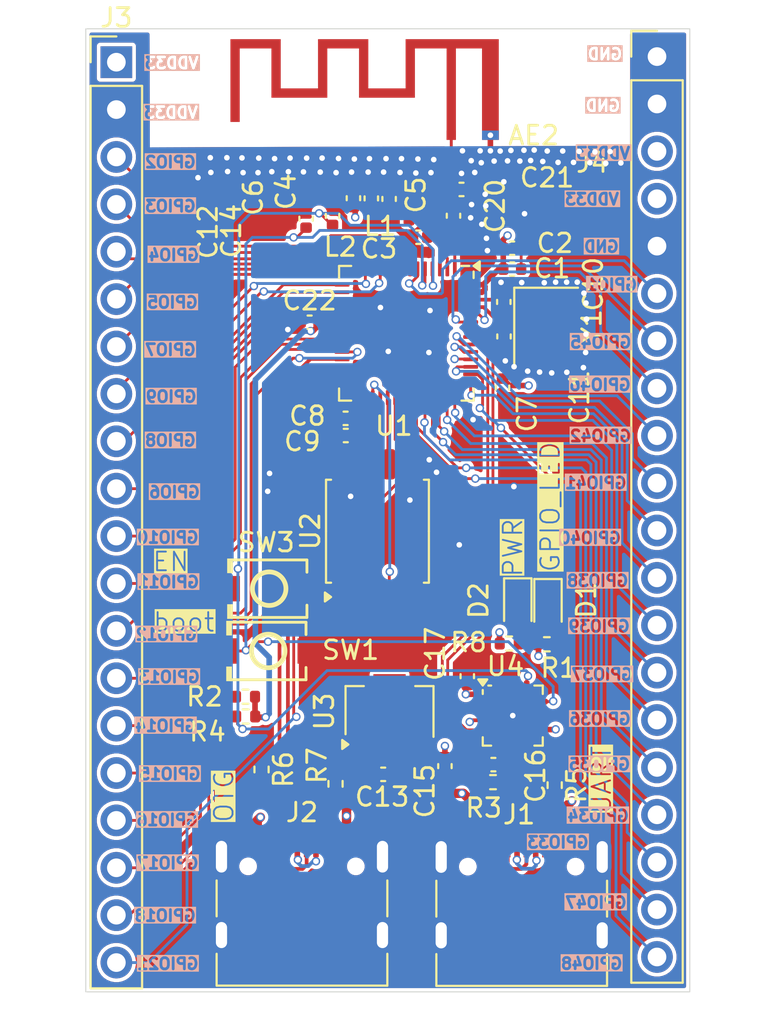
<source format=kicad_pcb>
(kicad_pcb (version 20241229) (generator "pcbnew") (generator_version "9.0")
  (layers (0 "F.Cu" signal) (4 "In1.Cu" power "GND") (6 "In2.Cu" power "PWR") (2 "B.Cu" signal) (13 "F.Paste" user) (15 "B.Paste" user) (5 "F.SilkS" user "F.Silkscreen") (7 "B.SilkS" user "B.Silkscreen") (1 "F.Mask" user) (3 "B.Mask" user) (25 "Edge.Cuts" user))
  (net 0 "")
  (net 1 "Net-(C1-Pad2)")
  (net 2 "VDDSPI")
  (net 3 "/ESP32S3/VDD3P3")
  (net 4 "GND")
  (net 5 "XTAL_P")
  (net 6 "XTAL_N")
  (net 7 "VBUS")
  (net 8 "Net-(U4-V3_{OUT})")
  (net 9 "GPIO2")
  (net 10 "Net-(D1-A)")
  (net 11 "U+")
  (net 12 "Net-(J1-CC1)")
  (net 13 "U-")
  (net 14 "Net-(J1-CC2)")
  (net 15 "USB_D-")
  (net 16 "USB_D+")
  (net 17 "SPICS0")
  (net 18 "Net-(J2-CC2)")
  (net 19 "Net-(J2-CC1)")
  (net 20 "GPIO0")
  (net 21 "CHIP_PU")
  (net 22 "GPIO40")
  (net 23 "GPIO42")
  (net 25 "GPIO12")
  (net 26 "GPIO18")
  (net 27 "SPID")
  (net 28 "GPIO48")
  (net 29 "GPIO45")
  (net 30 "VDD33")
  (net 31 "GPIO33")
  (net 32 "GPIO37")
  (net 33 "GPIO7")
  (net 34 "SPIHD")
  (net 35 "SPIQ")
  (net 36 "GPIO41")
  (net 37 "GPIO10")
  (net 38 "GPIO9")
  (net 39 "GPIO46")
  (net 40 "GPIO14")
  (net 41 "GPIO8")
  (net 42 "GPIO17")
  (net 43 "GPIO21")
  (net 44 "GPIO35")
  (net 45 "GPIO5")
  (net 46 "RXD")
  (net 47 "GPIO3")
  (net 48 "GPIO4")
  (net 49 "GPIO13")
  (net 50 "SPIWP")
  (net 51 "GPIO39")
  (net 52 "GPIO6")
  (net 53 "GPIO36")
  (net 54 "SPICLK")
  (net 55 "GPIO38")
  (net 56 "GPIO1")
  (net 57 "GPIO34")
  (net 58 "TXD")
  (net 59 "GPIO47")
  (net 60 "GPIO11")
  (net 66 "Net-(D2-A)")
  (net 67 "LNA_IN")
  (net 68 "Net-(AE2-A)")
  (net 69 "GPIO15")
  (net 70 "GPIO16")
  (footprint "Capacitor_SMD:C_0402_1005Metric" (layer "F.Cu") (at 166.75 88.74 90)
    (property "Reference" "C12")
    (property "Value" "1uf")
  )
  (footprint "LED_SMD:LED_0603_1608Metric" (layer "F.Cu") (at 178.11 109.5 -90)
    (property "Reference" "D2")
    (property "Value" "NCD0603R1")
  )
  (footprint "RF_Antenna:Texas_SWRA117D_2.4GHz_Left" (layer "F.Cu") (at 174.54 84.265)
    (property "Reference" "AE2")
    (property "Value" "Antenna_Shield")
  )
  (footprint "Resistor_SMD:R_0402_1005Metric" (layer "F.Cu") (at 176.78 118.94)
    (property "Reference" "R3")
    (property "Value" "5.1K")
  )
  (footprint "Capacitor_SMD:C_0402_1005Metric" (layer "F.Cu") (at 175.09 87.17 180)
    (property "Reference" "C21")
    (property "Value" "2.4pf")
  )
  (footprint "smartlock:SW-SMD_L3.9-W3.0-P4.45" (layer "F.Cu") (at 164.77 108.57 180)
    (property "Reference" "SW3")
    (property "Value" "SW_Push")
  )
  (footprint "Resistor_SMD:R_0402_1005Metric" (layer "F.Cu") (at 177.65 111.51)
    (property "Reference" "R8")
    (property "Value" "100Ω")
  )
  (footprint "Capacitor_SMD:C_0402_1005Metric" (layer "F.Cu") (at 175.4 113.26 -90)
    (property "Reference" "C17")
    (property "Value" "1uf")
  )
  (footprint "Capacitor_SMD:C_0402_1005Metric" (layer "F.Cu") (at 166.94 94.29)
    (property "Reference" "C22")
    (property "Value" "100nf")
  )
  (footprint "Capacitor_SMD:C_0402_1005Metric" (layer "F.Cu") (at 170.25 87.65 90)
    (property "Reference" "C4")
    (property "Value" "1uf")
  )
  (footprint "Capacitor_SMD:C_0402_1005Metric" (layer "F.Cu") (at 168.17 88.59 90)
    (property "Reference" "C14")
    (property "Value" "1uf")
  )
  (footprint "Capacitor_SMD:C_0402_1005Metric" (layer "F.Cu") (at 177.37 95.05 -90)
    (property "Reference" "C11")
    (property "Value" "10pf")
  )
  (footprint "Capacitor_SMD:C_0402_1005Metric" (layer "F.Cu") (at 177.81 91.44)
    (property "Reference" "C1")
    (property "Value" "10nf")
  )
  (footprint "Inductor_SMD:L_0402_1005Metric" (layer "F.Cu") (at 172.76 88.79 180)
    (property "Reference" "L1")
    (property "Value" "2nH")
  )
  (footprint "Connector_USB:USB_C_Receptacle_G-Switch_GT-USB-7010ASV" (layer "F.Cu") (at 178.32 126.075)
    (property "Reference" "J1")
    (property "Value" "USB1")
  )
  (footprint "Capacitor_SMD:C_0402_1005Metric" (layer "F.Cu") (at 168.87 99.44 180)
    (property "Reference" "C8")
    (property "Value" "100nf")
  )
  (footprint "Capacitor_SMD:C_0402_1005Metric" (layer "F.Cu") (at 176.8 118)
    (property "Reference" "C16")
    (property "Value" "100nf")
  )
  (footprint "Capacitor_SMD:C_0402_1005Metric" (layer "F.Cu") (at 177.36 93.2 90)
    (property "Reference" "C10")
    (property "Value" "10pf")
  )
  (footprint "Resistor_SMD:R_0402_1005Metric" (layer "F.Cu") (at 163.5 114.36)
    (property "Reference" "R2")
    (property "Value" "4.7kΩ")
  )
  (footprint "Capacitor_SMD:C_0402_1005Metric" (layer "F.Cu") (at 169.29 87.64 90)
    (property "Reference" "C6")
    (property "Value" "10uf")
  )
  (footprint "Capacitor_SMD:C_0402_1005Metric" (layer "F.Cu") (at 174.66 88.58 90)
    (property "Reference" "C20")
    (property "Value" "4.7PF")
  )
  (footprint "Capacitor_SMD:C_0402_1005Metric" (layer "F.Cu") (at 177.81 90.32)
    (property "Reference" "C2")
    (property "Value" "1uf")
  )
  (footprint "Capacitor_SMD:C_0402_1005Metric" (layer "F.Cu") (at 168.88 100.36 180)
    (property "Reference" "C9")
    (property "Value" "1uf")
  )
  (footprint "Resistor_SMD:R_0402_1005Metric" (layer "F.Cu") (at 164.36 118.26 -90)
    (property "Reference" "R6")
    (property "Value" "5.1K")
  )
  (footprint "Resistor_SMD:R_0402_1005Metric" (layer "F.Cu") (at 179.67 111.55)
    (property "Reference" "R1")
    (property "Value" "100Ω")
  )
  (footprint "Crystal:Crystal_SMD_3225-4Pin_3.2x2.5mm" (layer "F.Cu") (at 179.63 94.5 -90)
    (property "Reference" "Y1")
    (property "Value" "Crystal_GND24")
  )
  (footprint "Package_TO_SOT_SMD:SOT-89-3" (layer "F.Cu") (at 171.2275 115.15 90)
    (property "Reference" "U3")
    (property "Value" "ME6231A33PG")
  )
  (footprint "Connector_PinHeader_2.54mm:PinHeader_1x20_P2.54mm_Vertical" (layer "F.Cu") (at 156.57 80.35)
    (property "Reference" "J3")
    (property "Value" "Conn_01x15_Pin")
  )
  (footprint "Inductor_SMD:L_0402_1005Metric" (layer "F.Cu") (at 175.19 90.02)
    (property "Reference" "L2")
    (property "Value" "2.4nh")
  )
  (footprint "Capacitor_SMD:C_0402_1005Metric" (layer "F.Cu") (at 174.2 118.08 -90)
    (property "Reference" "C15")
    (property "Value" "10uf")
  )
  (footprint "Connector_USB:USB_C_Receptacle_G-Switch_GT-USB-7010ASV" (layer "F.Cu") (at 166.53 126.06)
    (property "Reference" "J2")
    (property "Value" "USB1")
  )
  (footprint "LED_SMD:LED_0603_1608Metric" (layer "F.Cu") (at 179.73 109.5375 -90)
    (property "Reference" "D1")
    (property "Value" "NCD0603R1")
  )
  (footprint "Package_DFN_QFN:WCH_QFN-16-1EP_3x3mm_P0.5mm_EP1.8x1.8mm" (layer "F.Cu") (at 177.84 115.3725)
    (property "Reference" "U4")
    (property "Value" "CH343P")
  )
  (footprint "Package_SO:SOIC-8_5.3x5.3mm_P1.27mm" (layer "F.Cu") (at 170.58 105.49 90)
    (property "Reference" "U2")
    (property "Value" "W25Q16JVSS")
  )
  (footprint "Resistor_SMD:R_0402_1005Metric" (layer "F.Cu") (at 180.09 119.1 -90)
    (property "Reference" "R5")
    (property "Value" "5.1K")
  )
  (footprint "Connector_PinHeader_2.54mm:PinHeader_1x20_P2.54mm_Vertical" (layer "F.Cu") (at 185.58 80.05)
    (property "Reference" "J4")
    (property "Value" "Conn_01x15_Pin")
  )
  (footprint "Resistor_SMD:R_0402_1005Metric" (layer "F.Cu") (at 163.51 115.42)
    (property "Reference" "R4")
    (property "Value" "4.7kΩ")
  )
  (footprint "Package_DFN_QFN:QFN-56-1EP_7x7mm_P0.4mm_EP4x4mm" (layer "F.Cu") (at 172.13 94.88 -90)
    (property "Reference" "U1")
    (property "Value" "ESP32-S3")
  )
  (footprint "Capacitor_SMD:C_0402_1005Metric" (layer "F.Cu") (at 177.29 97.79 -90)
    (property "Reference" "C7")
    (property "Value" "100nf")
  )
  (footprint "Capacitor_SMD:C_0402_1005Metric" (layer "F.Cu") (at 171.205 87.68 90)
    (property "Reference" "C5")
    (property "Value" "100nf")
  )
  (footprint "smartlock:SW-SMD_L3.9-W3.0-P4.45" (layer "F.Cu") (at 164.72 111.91 180)
    (property "Reference" "SW1")
    (property "Value" "SW_Push")
  )
  (footprint "Resistor_SMD:R_0402_1005Metric" (layer "F.Cu") (at 168.33 119.03 -90)
    (property "Reference" "R7")
    (property "Value" "5.1K")
  )
  (footprint "Capacitor_SMD:C_0402_1005Metric" (layer "F.Cu") (at 170.8875 118.52 180)
    (property "Reference" "C13")
    (property "Value" "10uf")
  )
  (footprint "Capacitor_SMD:C_0402_1005Metric" (layer "F.Cu") (at 172.77 89.73 180)
    (property "Reference" "C3")
    (property "Value" "100nf")
  )
  (gr_rect (start 154.93 78.56) (end 187.34 130.18) (stroke (width 0.05)) (fill no) (layer "Edge.Cuts"))
  (gr_text "UART" (at 183.19 120.72 90) (layer "F.SilkS" knockout) (effects (font (size 1 1) (thickness 0.1)) (justify left bottom)))
  (gr_text "PWR" (at 178.43 108.015 90) (layer "F.SilkS" knockout) (effects (font (size 1 1) (thickness 0.1)) (justify left bottom)))
  (gr_text "boot\n" (at 158.48 110.95 0) (layer "F.SilkS" knockout) (effects (font (size 1 1) (thickness 0.1)) (justify left bottom)))
  (gr_text "GPIO_LED\n" (at 180.44 107.75 90) (layer "F.SilkS" knockout) (effects (font (size 1 1) (thickness 0.1)) (justify left bottom)))
  (gr_text "EN" (at 158.45 107.71 0) (layer "F.SilkS" knockout) (effects (font (size 1 1) (thickness 0.1)) (justify left bottom)))
  (gr_text "OTG" (at 162.93 121.17 90) (layer "F.SilkS" knockout) (effects (font (size 1 1) (thickness 0.1)) (justify left bottom)))
  (gr_text "GPIO47" (at 184.03 125.75 0) (layer "B.SilkS" knockout) (effects (font (size 0.6 0.6) (thickness 0.15) (bold yes)) (justify left bottom mirror)))
  (gr_text "GPIO45" (at 184.29 95.72 0) (layer "B.SilkS" knockout) (effects (font (size 0.6 0.6) (thickness 0.15) (bold yes)) (justify left bottom mirror)))
  (gr_text "GPIO36" (at 184.25 115.91 0) (layer "B.SilkS" knockout) (effects (font (size 0.6 0.6) (thickness 0.15) (bold yes)) (justify left bottom mirror)))
  (gr_text "GPIO8" (at 160.91 100.98 0) (layer "B.SilkS" knockout) (effects (font (size 0.6 0.6) (thickness 0.15) (bold yes)) (justify left bottom mirror)))
  (gr_text "GPIO15\n" (at 161.17 118.86 0) (layer "B.SilkS" knockout) (effects (font (size 0.6 0.6) (thickness 0.15) (bold yes)) (justify left bottom mirror)))
  (gr_text "GPIO5" (at 161.02 93.58 0) (layer "B.SilkS" knockout) (effects (font (size 0.6 0.6) (thickness 0.15) (bold yes)) (justify left bottom mirror)))
  (gr_text "GPIO18" (at 160.91 126.45 0) (layer "B.SilkS" knockout) (effects (font (size 0.6 0.6) (thickness 0.15) (bold yes)) (justify left bottom mirror)))
  (gr_text "GND" (at 183.8 80.27 0) (layer "B.SilkS" knockout) (effects (font (size 0.6 0.6) (thickness 0.15) (bold yes)) (justify left bottom mirror)))
  (gr_text "GPIO2" (at 160.91 86.06 0) (layer "B.SilkS" knockout) (effects (font (size 0.6 0.6) (thickness 0.15) (bold yes)) (justify left bottom mirror)))
  (gr_text "GPIO35" (at 184.22 118.34 0) (layer "B.SilkS" knockout) (effects (font (size 0.6 0.6) (thickness 0.15) (bold yes)) (justify left bottom mirror)))
  (gr_text "VDD33" (at 183.61 88.05 0) (layer "B.SilkS" knockout) (effects (font (size 0.6 0.6) (thickness 0.15) (bold yes)) (justify left bottom mirror)))
  (gr_text "VDD33" (at 161.02 83.41 0) (layer "B.SilkS" knockout) (effects (font (size 0.6 0.6) (thickness 0.15) (bold yes)) (justify left bottom mirror)))
  (gr_text "GPIO39" (at 184.2 110.94 0) (layer "B.SilkS" knockout) (effects (font (size 0.6 0.6) (thickness 0.15) (bold yes)) (justify left bottom mirror)))
  (gr_text "GPIO41" (at 184.02 103.26 0) (layer "B.SilkS" knockout) (effects (font (size 0.6 0.6) (thickness 0.15) (bold yes)) (justify left bottom mirror)))
  (gr_text "GPIO10" (at 161.06 106.18 0) (layer "B.SilkS" knockout) (effects (font (size 0.6 0.6) (thickness 0.15) (bold yes)) (justify left bottom mirror)))
  (gr_text "GPIO37" (at 184.37 113.52 0) (layer "B.SilkS" knockout) (effects (font (size 0.6 0.6) (thickness 0.15) (bold yes)) (justify left bottom mirror)))
  (gr_text "GPIO9" (at 160.95 98.63 0) (layer "B.SilkS" knockout) (effects (font (size 0.6 0.6) (thickness 0.15) (bold yes)) (justify left bottom mirror)))
  (gr_text "GPIO34" (at 184.15 121.1 0) (layer "B.SilkS" knockout) (effects (font (size 0.6 0.6) (thickness 0.15) (bold yes)) (justify left bottom mirror)))
  (gr_text "GPIO1" (at 184.59 92.63 0) (layer "B.SilkS" knockout) (effects (font (size 0.6 0.6) (thickness 0.15) (bold yes)) (justify left bottom mirror)))
  (gr_text "GPIO6" (at 161.13 103.75 0) (layer "B.SilkS" knockout) (effects (font (size 0.6 0.6) (thickness 0.15) (bold yes)) (justify left bottom mirror)))
  (gr_text "GPIO14" (at 160.95 116.28 0) (layer "B.SilkS" knockout) (effects (font (size 0.6 0.6) (thickness 0.15) (bold yes)) (justify left bottom mirror)))
  (gr_text "GPIO42" (at 184.28 100.74 0) (layer "B.SilkS" knockout) (effects (font (size 0.6 0.6) (thickness 0.15) (bold yes)) (justify left bottom mirror)))
  (gr_text "GPIO21\n" (at 161.06 129.03 0) (layer "B.SilkS" knockout) (effects (font (size 0.6 0.6) (thickness 0.15) (bold yes)) (justify left bottom mirror)))
  (gr_text "VDD33" (at 161.06 80.75 0) (layer "B.SilkS" knockout) (effects (font (size 0.6 0.6) (thickness 0.15) (bold yes)) (justify left bottom mirror)))
  (gr_text "GPIO7" (at 160.91 96.12 0) (layer "B.SilkS" knockout) (effects (font (size 0.6 0.6) (thickness 0.15) (bold yes)) (justify left bottom mirror)))
  (gr_text "GPIO13\n" (at 161.13 113.66 0) (layer "B.SilkS" knockout) (effects (font (size 0.6 0.6) (thickness 0.15) (bold yes)) (justify left bottom mirror)))
  (gr_text "GPIO17\n" (at 161.06 123.64 0) (layer "B.SilkS" knockout) (effects (font (size 0.6 0.6) (thickness 0.15) (bold yes)) (justify left bottom mirror)))
  (gr_text "GPIO4" (at 161.09 91.04 0) (layer "B.SilkS" knockout) (effects (font (size 0.6 0.6) (thickness 0.15) (bold yes)) (justify left bottom mirror)))
  (gr_text "GPIO48" (at 183.8 129.02 0) (layer "B.SilkS" knockout) (effects (font (size 0.6 0.6) (thickness 0.15) (bold yes)) (justify left bottom mirror)))
  (gr_text "VDD33" (at 184.21 85.58 0) (layer "B.SilkS" knockout) (effects (font (size 0.6 0.6) (thickness 0.15) (bold yes)) (justify left bottom mirror)))
  (gr_text "GPIO38" (at 184.12 108.5 0) (layer "B.SilkS" knockout) (effects (font (size 0.6 0.6) (thickness 0.15) (bold yes)) (justify left bottom mirror)))
  (gr_text "GPIO11" (at 161.09 108.57 0) (layer "B.SilkS" knockout) (effects (font (size 0.6 0.6) (thickness 0.15) (bold yes)) (justify left bottom mirror)))
  (gr_text "GPIO40" (at 183.72 106.21 0) (layer "B.SilkS" knockout) (effects (font (size 0.6 0.6) (thickness 0.15) (bold yes)) (justify left bottom mirror)))
  (gr_text "GPIO33" (at 181.99 122.52 0) (layer "B.SilkS" knockout) (effects (font (size 0.6 0.6) (thickness 0.15) (bold yes)) (justify left bottom mirror)))
  (gr_text "GND" (at 183.69 83.04 0) (layer "B.SilkS" knockout) (effects (font (size 0.6 0.6) (thickness 0.15) (bold yes)) (justify left bottom mirror)))
  (gr_text "GPIO16" (at 161.02 121.32 0) (layer "B.SilkS" knockout) (effects (font (size 0.6 0.6) (thickness 0.15) (bold yes)) (justify left bottom mirror)))
  (gr_text "GND" (at 183.61 90.59 0) (layer "B.SilkS" knockout) (effects (font (size 0.6 0.6) (thickness 0.15) (bold yes)) (justify left bottom mirror)))
  (gr_text "GPIO46" (at 184.25 98 0) (layer "B.SilkS" knockout) (effects (font (size 0.6 0.6) (thickness 0.15) (bold yes)) (justify left bottom mirror)))
  (gr_text "GPIO12" (at 160.98 111.38 0) (layer "B.SilkS" knockout) (effects (font (size 0.6 0.6) (thickness 0.15) (bold yes)) (justify left bottom mirror)))
  (gr_text "GPIO3" (at 160.91 88.42 0) (layer "B.SilkS" knockout) (effects (font (size 0.6 0.6) (thickness 0.15) (bold yes)) (justify left bottom mirror)))
  (segment (start 178.29 91.44) (end 178.29 90.32) (width 0.15) (layer "F.Cu") (net 1))
  (segment (start 169.53 98.33) (end 169.53 99.26) (width 0.3) (layer "F.Cu") (net 2))
  (segment (start 169.36 100.36) (end 169.36 99.45) (width 0.3) (layer "F.Cu") (net 2))
  (segment (start 168.675 101.9025) (end 168.675 101.045) (width 0.3) (layer "F.Cu") (net 2))
  (segment (start 169.53 99.26) (end 169.35 99.44) (width 0.3) (layer "F.Cu") (net 2))
  (segment (start 169.36 99.45) (end 169.35 99.44) (width 0.3) (layer "F.Cu") (net 2))
  (segment (start 168.675 101.045) (end 169.36 100.36) (width 0.3) (layer "F.Cu") (net 2))
  (segment (start 173.25 88.795) (end 173.245 88.79) (width 0.15) (layer "F.Cu") (net 3))
  (segment (start 174.22 90.75) (end 174.33 90.86) (width 0.15) (layer "F.Cu") (net 3))
  (segment (start 173.25 89.73) (end 173.25 88.795) (width 0.15) (layer "F.Cu") (net 3))
  (segment (start 173.4 89.73) (end 173.93 90.26) (width 0.15) (layer "F.Cu") (net 3))
  (segment (start 174.33 90.86) (end 174.33 91.430001) (width 0.15) (layer "F.Cu") (net 3))
  (segment (start 174.02 90.75) (end 174.22 90.75) (width 0.15) (layer "F.Cu") (net 3))
  (segment (start 173.93 90.84) (end 174.02 90.75) (width 0.15) (layer "F.Cu") (net 3))
  (segment (start 173.93 90.26) (end 173.93 90.84) (width 0.15) (layer "F.Cu") (net 3))
  (segment (start 173.93 90.84) (end 173.93 91.43) (width 0.15) (layer "F.Cu") (net 3))
  (segment (start 173.25 89.73) (end 173.4 89.73) (width 0.15) (layer "F.Cu") (net 3))
  (segment (start 181.75 95.91) (end 181.75 94.95) (width 0.15) (layer "F.Cu") (net 4))
  (segment (start 181.66 92.5) (end 181.3 92.14) (width 0.15) (layer "F.Cu") (net 4))
  (segment (start 178.94 92.16) (end 178.97 92.19) (width 0.15) (layer "F.Cu") (net 4))
  (segment (start 177.91 96.67) (end 178.4 96.67) (width 0.15) (layer "F.Cu") (net 4))
  (segment (start 181.79 93.24) (end 181.77 93.26) (width 0.15) (layer "F.Cu") (net 4))
  (segment (start 177.76 92.15) (end 177.21 92.15) (width 0.15) (layer "F.Cu") (net 4))
  (segment (start 177.36 92.72) (end 177.36 92.3) (width 0.15) (layer "F.Cu") (net 4))
  (segment (start 177.36 92.3) (end 177.21 92.15) (width 0.15) (layer "F.Cu") (net 4))
  (segment (start 177.77 92.16) (end 177.76 92.15) (width 0.15) (layer "F.Cu") (net 4))
  (segment (start 181.77 94.93) (end 181.77 94.15) (width 0.15) (layer "F.Cu") (net 4))
  (segment (start 181.63 96.03) (end 181.75 95.91) (width 0.15) (layer "F.Cu") (net 4))
  (segment (start 180.74 96.97) (end 179.965102 96.97) (width 0.15) (layer "F.Cu") (net 4))
  (segment (start 176.64 84.265) (end 176.64 85.1) (width 0.3) (layer "F.Cu") (net 4))
  (segment (start 181.63 96.72) (end 181.63 96.03) (width 0.15) (layer "F.Cu") (net 4))
  (segment (start 181.77 93.26) (end 181.77 94.09) (width 0.15) (layer "F.Cu") (net 4))
  (segment (start 179.28 96.96) (end 178.69 96.96) (width 0.15) (layer "F.Cu") (net 4))
  (segment (start 178.69 96.96) (end 178.64 96.91) (width 0.15) (layer "F.Cu") (net 4))
  (segment (start 181.77 94.09) (end 181.8 94.12) (width 0.15) (layer "F.Cu") (net 4))
  (segment (start 179.51 92.19) (end 179.53 92.17) (width 0.15) (layer "F.Cu") (net 4))
  (segment (start 179.56 92.14) (end 179.53 92.17) (width 0.15) (layer "F.Cu") (net 4))
  (segment (start 177.44 95.78) (end 177.35 95.69) (width 0.15) (layer "F.Cu") (net 4))
  (segment (start 180.99 96.72) (end 180.74 96.97) (width 0.15) (layer "F.Cu") (net 4))
  (segment (start 180.14 92.14) (end 180.73 92.14) (width 0.15) (layer "F.Cu") (net 4))
  (segment (start 178.32 92.16) (end 177.77 92.16) (width 0.15) (layer "F.Cu") (net 4))
  (segment (start 178.32 92.16) (end 178.94 92.16) (width 0.15) (layer "F.Cu") (net 4))
  (segment (start 177.44 96.36) (end 177.44 95.78) (width 0.15) (layer "F.Cu") (net 4))
  (segment (start 181.63 96.72) (end 180.99 96.72) (width 0.15) (layer "F.Cu") (net 4))
  (segment (start 181.66 92.73) (end 181.66 92.5) (width 0.15) (layer "F.Cu") (net 4))
  (segment (start 179.965102 96.97) (end 179.929623 97.005479) (width 0.15) (layer "F.Cu") (net 4))
  (segment (start 181.77 94.15) (end 181.8 94.12) (width 0.15) (layer "F.Cu") (net 4))
  (segment (start 178.97 92.19) (end 179.51 92.19) (width 0.15) (layer "F.Cu") (net 4))
  (segment (start 178.4 96.67) (end 178.64 96.91) (width 0.15) (layer "F.Cu") (net 4))
  (segment (start 180.73 92.14) (end 181.3 92.14) (width 0.15) (layer "F.Cu") (net 4))
  (segment (start 181.75 94.95) (end 181.77 94.93) (width 0.15) (layer "F.Cu") (net 4))
  (segment (start 181.66 92.73) (end 181.79 92.86) (width 0.15) (layer "F.Cu") (net 4))
  (segment (start 181.79 92.86) (end 181.79 93.24) (width 0.15) (layer "F.Cu") (net 4))
  (segment (start 180.14 92.14) (end 179.56 92.14) (width 0.15) (layer "F.Cu") (net 4))
  (via (at 182.25 85.16) (size 0.45) (drill 0.3) (layers "F.Cu" "B.Cu") (net 4))
  (via (at 176.39 88.05) (size 0.45) (drill 0.3) (layers "F.Cu" "B.Cu") (net 4))
  (via (at 180.73 92.14) (size 0.45) (drill 0.3) (layers "F.Cu" "B.Cu") (net 4))
  (via (at 179.69 85.11) (size 0.45) (drill 0.3) (layers "F.Cu" "B.Cu") (net 4))
  (via (at 177.16486 85.112206) (size 0.45) (drill 0.3) (layers "F.Cu" "B.Cu") (net 4))
  (via (at 178.99 85.06) (size 0.45) (drill 0.3) (layers "F.Cu" "B.Cu") (net 4))
  (via (at 176.15 85.74) (size 0.45) (drill 0.3) (layers "F.Cu" "B.Cu") (net 4))
  (via (at 163.31 85.48) (size 0.45) (drill 0.3) (layers "F.Cu" "B.Cu") (net 4))
  (via (at 160.95 86.54) (size 0.45) (drill 0.3) (layers "F.Cu" "B.Cu") (net 4))
  (via (at 173.75 102.33) (size 0.45) (drill 0.3) (layers "F.Cu" "B.Cu") (net 4))
  (via (at 179.28 96.96) (size 0.45) (drill 0.3) (layers "F.Cu" "B.Cu") (net 4))
  (via (at 177.21 92.15) (size 0.45) (drill 0.3) (layers "F.Cu" "B.Cu") (net 4))
  (via (at 177.44 96.36) (size 0.45) (drill 0.3) (layers "F.Cu" "B.Cu") (net 4))
  (via (at 167.61 85.49) (size 0.45) (drill 0.3) (layers "F.Cu" "B.Cu") (net 4))
  (via (at 175.58 88.69) (size 0.45) (drill 0.3) (layers "F.Cu" "B.Cu") (net 4))
  (via (at 176.18 89.04) (size 0.45) (drill 0.3) (layers "F.Cu" "B.Cu") (net 4))
  (via (at 171.16 95.85) (size 0.45) (drill 0.3) (layers "F.Cu" "B.Cu") (net 4))
  (via (at 175.61 85.63) (size 0.45) (drill 0.3) (layers "F.Cu" "B.Cu") (net 4))
  (via (at 176.48 90.45) (size 0.45) (drill 0.3) (layers "F.Cu" "B.Cu") (net 4))
  (via (at 173.6 85.57) (size 0.45) (drill 0.3) (layers "F.Cu" "B.Cu") (net 4))
  (via (at 171.87 85.52) (size 0.45) (drill 0.3) (layers "F.Cu" "B.Cu") (net 4))
  (via (at 177.9 103.097) (size 0.45) (drill 0.3) (layers "F.Cu" "B.Cu") (net 4))
  (via (at 181.77 94.93) (size 0.45) (drill 0.3) (layers "F.Cu" "B.Cu") (net 4))
  (via (at 177.91 96.67) (size 0.45) (drill 0.3) (layers "F.Cu" "B.Cu") (net 4))
  (via (at 180.74 96.97) (size 0.45) (drill 0.3) (layers "F.Cu" "B.Cu") (net 4))
  (via (at 175.71 99.51) (size 0.45) (drill 0.3) (layers "F.Cu" "B.Cu") (net 4))
  (via (at 181.75 95.91) (size 0.45) (drill 0.3) (layers "F.Cu" "B.Cu") (net 4))
  (via (at 166.78 85.49) (size 0.45) (drill 0.3) (layers "F.Cu" "B.Cu") (net 4))
  (via (at 161.64 86.26) (size 0.45) (drill 0.3) (layers "F.Cu" "B.Cu") (net 4))
  (via (at 171.79 86.26) (size 0.45) (drill 0.3) (layers "F.Cu" "B.Cu") (net 4))
  (via (at 179.53 92.17) (size 0.45) (drill 0.3) (layers "F.Cu" "B.Cu") (net 4))
  (via (at 166.61 86.23) (size 0.45) (drill 0.3) (layers "F.Cu" "B.Cu") (net 4))
  (via (at 165.8 86.22) (size 0.45) (drill 0.3) (layers "F.Cu" "B.Cu") (net 4))
  (via (at 175.09 86.31) (size 0.45) (drill 0.3) (layers "F.Cu" "B.Cu") (net 4))
  (via (at 169.34 85.54) (size 0.45) (drill 0.3) (layers "F.Cu" "B.Cu") (net 4))
  (via (at 165.77 94.68) (size 0.45) (drill 0.3) (layers "F.Cu" "B.Cu") (net 4))
  (via (at 165.06 85.52) (size 0.45) (drill 0.3) (layers "F.Cu" "B.Cu") (net 4))
  (via (at 172.75 85.54) (size 0.45) (drill 0.3) (layers "F.Cu" "B.Cu") (net 4))
  (via (at 164.17 86.27) (size 0.45) (drill 0.3) (layers "F.Cu" "B.Cu") (net 4))
  (via (at 178.472439 88.472724) (size 0.45) (drill 0.3) (layers "F.Cu" "B.Cu") (net 4))
  (via (at 175.14 85.1) (size 0.45) (drill 0.3) (layers "F.Cu" "B.Cu") (net 4))
  (via (at 176.64 85.1) (size 0.45) (drill 0.3) (layers "F.Cu" "B.Cu") (net 4))
  (via (at 161.61 85.47) (size 0.45) (drill 0.3) (layers "F.Cu" "B.Cu") (net 4))
  (via (at 180.52 85.11) (size 0.45) (drill 0.3) (layers "F.Cu" "B.Cu") (net 4))
  (via (at 176.84 85.65) (size 0.45) (drill 0.3) (layers "F.Cu" "B.Cu") (net 4))
  (via (at 177.84 115.3725) (size 0.45) (drill 0.3) (layers "F.Cu" "B.Cu") (net 4))
  (via (at 164.79 102.39) (size 0.45) (drill 0.3) (layers "F.Cu" "B.Cu") (net 4))
  (via (at 181.1 85.72) (size 0.45) (drill 0.3) (layers "F.Cu" "B.Cu") (net 4))
  (via (at 162.5 85.47) (size 0.45) (drill 0.3) (layers "F.Cu" "B.Cu") (net 4))
  (via (at 169.14 103.62) (size 0.45) (drill 0.3) (layers "F.Cu" "B.Cu") (net 4))
  (via (at 173.34 95.91) (size 0.45) (drill 0.3) (layers "F.Cu" "B.Cu") (net 4))
  (via (at 181.4 85.13) (size 0.45) (drill 0.3) (layers "F.Cu" "B.Cu") (net 4))
  (via (at 176.36 87.43) (size 0.45) (drill 0.3) (layers "F.Cu" "B.Cu") (net 4))
  (via (at 178.64 96.91) (size 0.45) (drill 0.3) (layers "F.Cu" "B.Cu") (net 4))
  (via (at 163.37 86.27) (size 0.45) (drill 0.3) (layers "F.Cu" "B.Cu") (net 4))
  (via (at 181.77 93.26) (size 0.45) (drill 0.3) (layers "F.Cu" "B.Cu") (net 4))
  (via (at 177.56 85.64) (size 0.45) (drill 0.3) (layers "F.Cu" "B.Cu") (net 4))
  (via (at 170.15 85.52) (size 0.45) (drill 0.3) (layers "F.Cu" "B.Cu") (net 4))
  (via (at 168.36 86.27) (size 0.45) (drill 0.3) (layers "F.Cu" "B.Cu") (net 4))
  (via (at 181.98 85.74) (size 0.45) (drill 0.3) (layers "F.Cu" "B.Cu") (net 4))
  (via (at 164.69 103.35) (size 0.45) (drill 0.3) (layers "F.Cu" "B.Cu") (net 4))
  (via (at 175.8 86.26) (size 0.45) (drill 0.3) (layers "F.Cu" "B.Cu") (net 4))
  (via (at 169.19 86.24) (size 0.45) (drill 0.3) (layers "F.Cu" "B.Cu") (net 4))
  (via (at 182.83 85.77) (size 0.45) (drill 0.3) (layers "F.Cu" "B.Cu") (net 4))
  (via (at 174.97 106.22) (size 0.45) (drill 0.3) (layers "F.Cu" "B.Cu") (net 4))
  (via (at 164.91 86.22) (size 0.45) (drill 0.3) (layers "F.Cu" "B.Cu") (net 4))
  (via (at 165.89 85.49) (size 0.45) (drill 0.3) (layers "F.Cu" "B.Cu") (net 4))
  (via (at 173.4 93.66) (size 0.45) (drill 0.3) (layers "F.Cu" "B.Cu") (net 4))
  (via (at 176.09 85.1) (size 0.45) (drill 0.3) (layers "F.Cu" "B.Cu") (net 4))
  (via (at 170.91 86.24) (size 0.45) (drill 0.3) (layers "F.Cu" "B.Cu") (net 4))
  (via (at 180.14 92.14) (size 0.45) (drill 0.3) (layers "F.Cu" "B.Cu") (net 4))
  (via (at 178.22 85.65) (size 0.45) (drill 0.3) (layers "F.Cu" "B.Cu") (net 4))
  (via (at 181.8 94.12) (size 0.45) (drill 0.3) (layers "F.Cu" "B.Cu") (net 4))
  (via (at 178.32 92.16) (size 0.45) (drill 0.3) (layers "F.Cu" "B.Cu") (net 4))
  (via (at 181.66 92.73) (size 0.45) (drill 0.3) (layers "F.Cu" "B.Cu") (net 4))
  (via (at 178.8 85.62) (size 0.45) (drill 0.3) (layers "F.Cu" "B.Cu") (net 4))
  (via (at 179.929623 97.005479) (size 0.45) (drill 0.3) (layers "F.Cu" "B.Cu") (net 4))
  (via (at 183.64 85.75) (size 0.45) (drill 0.3) (layers "F.Cu" "B.Cu") (net 4))
  (via (at 183.06 85.14) (size 0.45) (drill 0.3) (layers "F.Cu" "B.Cu") (net 4))
  (via (at 175.63 87.98) (size 0.45) (drill 0.3) (layers "F.Cu" "B.Cu") (net 4))
  (via (at 167.51 86.24) (size 0.45) (drill 0.3) (layers "F.Cu" "B.Cu") (net 4))
  (via (at 173.36 101.66) (size 0.45) (drill 0.3) (layers "F.Cu" "B.Cu") (net 4))
  (via (at 179.45 85.67) (size 0.45) (drill 0.3) (layers "F.Cu" "B.Cu") (net 4))
  (via (at 168.49 85.51) (size 0.45) (drill 0.3) (layers "F.Cu" "B.Cu") (net 4))
  (via (at 170.08 86.24) (size 0.45) (drill 0.3) (layers "F.Cu" "B.Cu") (net 4))
  (via (at 172.32 103.82) (size 0.45) (drill 0.3) (layers "F.Cu" "B.Cu") (net 4))
  (via (at 181.63 96.72) (size 0.45) (drill 0.3) (layers "F.Cu" "B.Cu") (net 4))
  (via (at 176.43 89.79) (size 0.45) (drill 0.3) (layers "F.Cu" "B.Cu") (net 4))
  (via (at 164.21 85.49) (size 0.45) (drill 0.3) (layers "F.Cu" "B.Cu") (net 4))
  (via (at 162.54 86.21) (size 0.45) (drill 0.3) (layers "F.Cu" "B.Cu") (net 4))
  (via (at 170.74 93.5) (size 0.45) (drill 0.3) (layers "F.Cu" "B.Cu") (net 4))
  (via (at 181.3 92.14) (size 0.45) (drill 0.3) (layers "F.Cu" "B.Cu") (net 4))
  (via (at 177.74 85.08) (size 0.45) (drill 0.3) (layers "F.Cu" "B.Cu") (net 4))
  (via (at 177.36 86.76) (size 0.45) (drill 0.3) (layers "F.Cu" "B.Cu") (net 4))
  (via (at 172.64 86.29) (size 0.45) (drill 0.3) (layers "F.Cu" "B.Cu") (net 4))
  (via (at 173.45 86.27) (size 0.45) (drill 0.3) (layers "F.Cu" "B.Cu") (net 4))
  (via (at 178.44 85.07) (size 0.45) (drill 0.3) (layers "F.Cu" "B.Cu") (net 4))
  (via (at 171.04 85.52) (size 0.45) (drill 0.3) (layers "F.Cu" "B.Cu") (net 4))
  (via (at 180.27 85.72) (size 0.45) (drill 0.3) (layers "F.Cu" "B.Cu") (net 4))
  (segment (start 177.36 93.674312) (end 177.36 93.68) (width 0.2) (layer "F.Cu") (net 5))
  (segment (start 175.58 93.08) (end 176.765688 93.08) (width 0.2) (layer "F.Cu") (net 5))
  (segment (start 178.79 93.33) (end 177.71 93.33) (width 0.2) (layer "F.Cu") (net 5))
  (segment (start 177.71 93.33) (end 177.36 93.68) (width 0.2) (layer "F.Cu") (net 5))
  (segment (start 176.765688 93.08) (end 177.36 93.674312) (width 0.2) (layer "F.Cu") (net 5))
  (segment (start 175.58 93.48) (end 176.28 93.48) (width 0.2) (layer "F.Cu") (net 6))
  (segment (start 179.53 94.57) (end 180.49 95.53) (width 0.2) (layer "F.Cu") (net 6))
  (segment (start 177.51 94.57) (end 179.53 94.57) (width 0.2) (layer "F.Cu") (net 6))
  (segment (start 176.28 93.48) (end 177.35 94.55) (width 0.2) (layer "F.Cu") (net 6))
  (segment (start 175.94 122.33) (end 175.92 122.35) (width 0.5) (layer "F.Cu") (net 7))
  (segment (start 168.92 122.325) (end 168.93 122.335) (width 0.5) (layer "F.Cu") (net 7))
  (segment (start 175.11 119.54) (end 175.19 119.54) (width 0.5) (layer "F.Cu") (net 7))
  (segment (start 171.3675 117.1525) (end 171.2275 117.0125) (width 0.5) (layer "F.Cu") (net 7))
  (segment (start 164.13 122.335) (end 164.13 120.99) (width 0.5) (layer "F.Cu") (net 7))
  (segment (start 180.74 120.21) (end 180.74 122.33) (width 0.5) (layer "F.Cu") (net 7))
  (segment (start 171.3675 119.1525) (end 171.01 119.51) (width 0.5) (layer "F.Cu") (net 7))
  (segment (start 168.92 120.369) (end 168.92 120.75) (width 0.5) (layer "F.Cu") (net 7))
  (segment (start 180.1275 116.1225) (end 180.14 116.11) (width 0.3) (layer "F.Cu") (net 7))
  (segment (start 181.01 119.94) (end 180.74 120.21) (width 0.5) (layer "F.Cu") (net 7))
  (segment (start 180.74 122.33) (end 180.72 122.35) (width 0.5) (layer "F.Cu") (net 7))
  (segment (start 168.92 120.75) (end 168.92 122.325) (width 0.5) (layer "F.Cu") (net 7))
  (segment (start 176.3525 115.6225) (end 175.6175 115.6225) (width 0.2) (layer "F.Cu") (net 7))
  (segment (start 171.3675 118.52) (end 171.3675 117.1525) (width 0.5) (layer "F.Cu") (net 7))
  (segment (start 171.01 119.51) (end 169.779 119.51) (width 0.5) (layer "F.Cu") (net 7))
  (segment (start 175.19 119.54) (end 175.94 120.29) (width 0.5) (layer "F.Cu") (net 7))
  (segment (start 179.3275 116.1225) (end 180.1275 116.1225) (width 0.3) (layer "F.Cu") (net 7))
  (segment (start 175.6175 115.6225) (end 175.53 115.71) (width 0.2) (layer "F.Cu") (net 7))
  (segment (start 169.779 119.51) (end 168.92 120.369) (width 0.5) (layer "F.Cu") (net 7))
  (segment (start 175.94 120.29) (end 175.94 122.33) (width 0.5) (layer "F.Cu") (net 7))
  (segment (start 171.83 119.54) (end 171.3675 119.0775) (width 0.5) (layer "F.Cu") (net 7))
  (segment (start 164.13 120.99) (end 164.3 120.82) (width 0.5) (layer "F.Cu") (net 7))
  (segment (start 171.3675 118.52) (end 171.3675 119.1525) (width 0.5) (layer "F.Cu") (net 7))
  (segment (start 171.3675 119.0775) (end 171.3675 118.52) (width 0.5) (layer "F.Cu") (net 7))
  (segment (start 175.11 119.54) (end 171.83 119.54) (width 0.5) (layer "F.Cu") (net 7))
  (via (at 181.01 119.94) (size 0.45) (drill 0.3) (layers "F.Cu" "B.Cu") (net 7))
  (via (at 168.92 120.75) (size 0.45) (drill 0.3) (layers "F.Cu" "B.Cu") (net 7))
  (via (at 175.53 115.71) (size 0.45) (drill 0.3) (layers "F.Cu" "B.Cu") (net 7))
  (via (at 180.14 116.11) (size 0.45) (drill 0.3) (layers "F.Cu" "B.Cu") (net 7))
  (via (at 175.11 119.54) (size 0.45) (drill 0.3) (layers "F.Cu" "B.Cu") (net 7))
  (via (at 164.3 120.82) (size 0.45) (drill 0.3) (layers "F.Cu" "B.Cu") (net 7))
  (segment (start 177.59 117.69) (end 177.59 116.86) (width 0.15) (layer "F.Cu") (net 8))
  (segment (start 177.28 118) (end 177.59 117.69) (width 0.15) (layer "F.Cu") (net 8))
  (segment (start 171.395151 89.65) (end 168.073152 89.65) (width 0.15) (layer "F.Cu") (net 9))
  (segment (start 172.33 90.58) (end 172.32 90.57) (width 0.15) (layer "F.Cu") (net 9))
  (segment (start 172.32 90.57) (end 172.31 90.57) (width 0.15) (layer "F.Cu") (net 9))
  (segment (start 172.31 90.564849) (end 171.395151 89.65) (width 0.15) (layer "F.Cu") (net 9))
  (segment (start 168.073152 89.65) (end 167.513152 90.21) (width 0.15) (layer "F.Cu") (net 9))
  (segment (start 172.31 90.57) (end 172.31 90.564849) (width 0.15) (layer "F.Cu") (net 9))
  (segment (start 167.513152 90.21) (end 161.35 90.21) (width 0.15) (layer "F.Cu") (net 9))
  (segment (start 161.35 90.21) (end 156.57 85.43) (width 0.15) (layer "F.Cu") (net 9))
  (segment (start 172.33 91.43) (end 172.33 90.58) (width 0.15) (layer "F.Cu") (net 9))
  (segment (start 180.18 111.55) (end 180.18 110.8575) (width 0.3) (layer "F.Cu") (net 10))
  (segment (start 180.18 110.8575) (end 179.66 110.3375) (width 0.3) (layer "F.Cu") (net 10))
  (segment (start 178.09 117.441251) (end 178.09 116.86) (width 0.2) (layer "F.Cu") (net 11))
  (segment (start 178.09 122.148) (end 178.09 121.295) (width 0.2) (layer "F.Cu") (net 11))
  (segment (start 178.115 117.466251) (end 178.09 117.441251) (width 0.2) (layer "F.Cu") (net 11))
  (segment (start 178.09 117.765) (end 178.115 117.74) (width 0.2) (layer "F.Cu") (net 11))
  (segment (start 178.07 123.09) (end 178.07 122.35) (width 0.2) (layer "F.Cu") (net 11))
  (segment (start 178.09 121.295) (end 178.09 117.765) (width 0.2) (layer "F.Cu") (net 11))
  (segment (start 178.06 123.1) (end 178.07 123.09) (width 0.2) (layer "F.Cu") (net 11))
  (segment (start 178.115 117.74) (end 178.115 117.466251) (width 0.2) (layer "F.Cu") (net 11))
  (segment (start 179.112295 123.140947) (end 179.08 123.108652) (width 0.2) (layer "F.Cu") (net 11))
  (via (at 178.06 123.1) (size 0.45) (drill 0.3) (layers "F.Cu" "B.Cu") (net 11))
  (via (at 179.112295 123.140947) (size 0.45) (drill 0.3) (layers "F.Cu" "B.Cu") (net 11))
  (segment (start 178.91 123.58) (end 179.08 123.41) (width 0.2) (layer "B.Cu") (net 11))
  (segment (start 178.06 123.3) (end 178.34 123.58) (width 0.2) (layer "B.Cu") (net 11))
  (segment (start 179.08 123.173242) (end 179.112295 123.140947) (width 0.2) (layer "B.Cu") (net 11))
  (segment (start 178.34 123.58) (end 178.91 123.58) (width 0.2) (layer "B.Cu") (net 11))
  (segment (start 178.06 123.1) (end 178.06 123.3) (width 0.2) (layer "B.Cu") (net 11))
  (segment (start 179.08 123.41) (end 179.08 123.173242) (width 0.2) (layer "B.Cu") (net 11))
  (segment (start 177.07 119.16) (end 177.07 122.35) (width 0.15) (layer "F.Cu") (net 12))
  (segment (start 177.29 118.94) (end 177.07 119.16) (width 0.15) (layer "F.Cu") (net 12))
  (segment (start 178.59 117.765) (end 178.565 117.74) (width 0.2) (layer "F.Cu") (net 13))
  (segment (start 178.565 117.466251) (end 178.59 117.441251) (width 0.2) (layer "F.Cu") (net 13))
  (segment (start 178.59 121.295) (end 178.59 117.765) (width 0.2) (layer "F.Cu") (net 13))
  (segment (start 178.57 123.34) (end 178.57 122.35) (width 0.2) (layer "F.Cu") (net 13))
  (segment (start 178.59 122.47) (end 178.59 121.295) (width 0.2) (layer "F.Cu") (net 13))
  (segment (start 177.81 123.59) (end 178.32 123.59) (width 0.2) (layer "F.Cu") (net 13))
  (segment (start 178.59 117.441251) (end 178.59 116.86) (width 0.2) (layer "F.Cu") (net 13))
  (segment (start 178.565 117.74) (end 178.565 117.466251) (width 0.2) (layer "F.Cu") (net 13))
  (segment (start 178.32 123.59) (end 178.57 123.34) (width 0.2) (layer "F.Cu") (net 13))
  (segment (start 177.57 123.35) (end 177.81 123.59) (width 0.2) (layer "F.Cu") (net 13))
  (segment (start 177.57 122.35) (end 177.57 123.35) (width 0.2) (layer "F.Cu") (net 13))
  (segment (start 180.07 121.275) (end 180.09 121.295) (width 0.15) (layer "F.Cu") (net 14))
  (segment (start 180.07 121.315) (end 180.07 122.35) (width 0.15) (layer "F.Cu") (net 14))
  (segment (start 180.09 121.295) (end 180.07 121.315) (width 0.15) (layer "F.Cu") (net 14))
  (segment (start 180.05 119.63) (end 180.07 119.65) (width 0.15) (layer "F.Cu") (net 14))
  (segment (start 180.07 119.65) (end 180.07 121.275) (width 0.15) (layer "F.Cu") (net 14))
  (segment (start 165.325 118.293198) (end 165.795 118.763198) (width 0.2) (layer "F.Cu") (net 15))
  (segment (start 165.805 120.299999) (end 165.805 121.379999) (width 0.2) (layer "F.Cu") (net 15))
  (segment (start 165.78 121.404999) (end 165.78 122.335) (width 0.2) (layer "F.Cu") (net 15))
  (segment (start 165.795 120.289999) (end 165.805 120.299999) (width 0.2) (layer "F.Cu") (net 15))
  (segment (start 165.78 122.335) (end 165.78 123.35) (width 0.2) (layer "F.Cu") (net 15))
  (segment (start 166.986803 96.254999) (end 165.325 97.916802) (width 0.2) (layer "F.Cu") (net 15))
  (segment (start 165.78 123.35) (end 166.02 123.59) (width 0.2) (layer "F.Cu") (net 15))
  (segment (start 166.56 123.59) (end 166.78 123.37) (width 0.2) (layer "F.Cu") (net 15))
  (segment (start 166.02 123.59) (end 166.56 123.59) (width 0.2) (layer "F.Cu") (net 15))
  (segment (start 168.654999 96.254999) (end 166.986803 96.254999) (width 0.2) (layer "F.Cu") (net 15))
  (segment (start 168.68 96.28) (end 168.654999 96.254999) (width 0.2) (layer "F.Cu") (net 15))
  (segment (start 165.325 97.916802) (end 165.325 118.293198) (width 0.2) (layer "F.Cu") (net 15))
  (segment (start 166.78 123.37) (end 166.78 122.335) (width 0.2) (layer "F.Cu") (net 15))
  (segment (start 165.795 118.763198) (end 165.795 120.289999) (width 0.2) (layer "F.Cu") (net 15))
  (segment (start 165.805 121.379999) (end 165.78 121.404999) (width 0.2) (layer "F.Cu") (net 15))
  (segment (start 166.28 123.070904) (end 166.309378 123.100282) (width 0.2) (layer "F.Cu") (net 16))
  (segment (start 166.245 118.576802) (end 166.245 121.25) (width 0.2) (layer "F.Cu") (net 16))
  (segment (start 166.28 122.335) (end 166.28 123.070904) (width 0.2) (layer "F.Cu") (net 16))
  (segment (start 167.173197 96.705001) (end 165.775 98.103198) (width 0.2) (layer "F.Cu") (net 16))
  (segment (start 166.255 121.379999) (end 166.28 121.404999) (width 0.2) (layer "F.Cu") (net 16))
  (segment (start 167.28 123.18) (end 167.28 122.335) (width 0.2) (layer "F.Cu") (net 16))
  (segment (start 166.245 121.25) (end 166.255 121.26) (width 0.2) (layer "F.Cu") (net 16))
  (segment (start 168.654999 96.705001) (end 167.173197 96.705001) (width 0.2) (layer "F.Cu") (net 16))
  (segment (start 166.28 121.404999) (end 166.28 122.335) (width 0.2) (layer "F.Cu") (net 16))
  (segment (start 166.255 121.26) (end 166.255 121.379999) (width 0.2) (layer "F.Cu") (net 16))
  (segment (start 165.775 98.103198) (end 165.775 118.106802) (width 0.2) (layer "F.Cu") (net 16))
  (segment (start 165.775 118.106802) (end 166.245 118.576802) (width 0.2) (layer "F.Cu") (net 16))
  (segment (start 168.68 96.68) (end 168.654999 96.705001) (width 0.2) (layer "F.Cu") (net 16))
  (via (at 166.309378 123.100282) (size 0.45) (drill 0.3) (layers "F.Cu" "B.Cu") (net 16))
  (via (at 167.28 123.18) (size 0.45) (drill 0.3) (layers "F.Cu" "B.Cu") (net 16))
  (segment (start 166.87 123.44) (end 166.88 123.43) (width 0.2) (layer "B.Cu") (net 16))
  (segment (start 167.13 123.18) (end 167.28 123.18) (width 0.2) (layer "B.Cu") (net 16))
  (segment (start 166.88 123.43) (end 167.13 123.18) (width 0.2) (layer "B.Cu") (net 16))
  (segment (start 166.309378 123.259378) (end 166.49 123.44) (width 0.2) (layer "B.Cu") (net 16))
  (segment (start 166.309378 123.100282) (end 166.309378 123.259378) (width 0.2) (layer "B.Cu") (net 16))
  (segment (start 166.49 123.44) (end 166.87 123.44) (width 0.2) (layer "B.Cu") (net 16))
  (segment (start 170.73 98.33) (end 170.73 100.97) (width 0.15) (layer "F.Cu") (net 17))
  (segment (start 170.52 103.646848) (end 168.675 105.491848) (width 0.15) (layer "F.Cu") (net 17))
  (segment (start 168.675 105.491848) (end 168.675 109.0775) (width 0.15) (layer "F.Cu") (net 17))
  (segment (start 170.73 100.97) (end 170.52 101.18) (width 0.15) (layer "F.Cu") (net 17))
  (segment (start 170.52 101.18) (end 170.52 103.646848) (width 0.15) (layer "F.Cu") (net 17))
  (segment (start 168.28 121.255) (end 168.28 122.335) (width 0.15) (layer "F.Cu") (net 18))
  (segment (start 168.33 119.54) (end 168.28 119.59) (width 0.15) (layer "F.Cu") (net 18))
  (segment (start 168.27 121.245) (end 168.28 121.255) (width 0.15) (layer "F.Cu") (net 18))
  (segment (start 168.28 121.235) (end 168.27 121.245) (width 0.15) (layer "F.Cu") (net 18))
  (segment (start 168.28 119.59) (end 168.28 121.235) (width 0.15) (layer "F.Cu") (net 18))
  (segment (start 164.69 118.77) (end 165.27 119.35) (width 0.15) (layer "F.Cu") (net 19))
  (segment (start 164.36 118.77) (end 164.69 118.77) (width 0.15) (layer "F.Cu") (net 19))
  (segment (start 165.28 121.255) (end 165.28 122.335) (width 0.15) (layer "F.Cu") (net 19))
  (segment (start 165.27 119.35) (end 165.27 121.245) (width 0.15) (layer "F.Cu") (net 19))
  (segment (start 165.27 121.245) (end 165.28 121.255) (width 0.15) (layer "F.Cu") (net 19))
  (segment (start 179.3275 114.6225) (end 179.9875 114.6225) (width 0.15) (layer "F.Cu") (net 20))
  (segment (start 173.13 92.168397) (end 173.13 91.43) (width 0.15) (layer "F.Cu") (net 20))
  (segment (start 163.48 111.91) (end 163.52 111.87) (width 0.15) (layer "F.Cu") (net 20))
  (segment (start 163.98 111.41) (end 163.52 111.87) (width 0.15) (layer "F.Cu") (net 20))
  (segment (start 179.9875 114.6225) (end 180.01 114.6) (width 0.15) (layer "F.Cu") (net 20))
  (segment (start 166.08 89.74) (end 166.26 89.74) (width 0.15) (layer "F.Cu") (net 20))
  (segment (start 172.983187 92.31521) (end 173.13 92.168397) (width 0.15) (layer "F.Cu") (net 20))
  (segment (start 162.99 114.36) (end 162.535 113.905) (width 0.15) (layer "F.Cu") (net 20))
  (segment (start 164.71 111.41) (end 163.98 111.41) (width 0.15) (layer "F.Cu") (net 20))
  (segment (start 166.26 89.74) (end 166.75 89.25) (width 0.15) (layer "F.Cu") (net 20))
  (segment (start 166.75 89.25) (end 166.75 89.22) (width 0.15) (layer "F.Cu") (net 20))
  (segment (start 162.535 111.91) (end 163.48 111.91) (width 0.15) (layer "F.Cu") (net 20))
  (segment (start 162.535 113.905) (end 162.535 111.91) (width 0.15) (layer "F.Cu") (net 20))
  (via (at 166.08 89.74) (size 0.45) (drill 0.3) (layers "F.Cu" "B.Cu") (net 20))
  (via (at 164.71 111.41) (size 0.45) (drill 0.3) (layers "F.Cu" "B.Cu") (net 20))
  (via (at 172.983187 92.31521) (size 0.45) (drill 0.3) (layers "F.Cu" "B.Cu") (net 20))
  (via (at 180.01 114.6) (size 0.45) (drill 0.3) (layers "F.Cu" "B.Cu") (net 20))
  (via (at 163.52 111.87) (size 0.45) (drill 0.3) (layers "F.Cu" "B.Cu") (net 20))
  (segment (start 177.605284 111.41) (end 180.01 113.814716) (width 0.15) (layer "B.Cu") (net 20))
  (segment (start 164.71 111.41) (end 177.605284 111.41) (width 0.15) (layer "B.Cu") (net 20))
  (segment (start 166.08 89.74) (end 167.106 89.74) (width 0.15) (layer "B.Cu") (net 20))
  (segment (start 166.08 89.74) (end 163.87 89.74) (width 0.15) (layer "B.Cu") (net 20))
  (segment (start 167.478 89.368) (end 172.154848 89.368) (width 0.15) (layer "B.Cu") (net 20))
  (segment (start 172.154848 89.368) (end 172.983187 90.196339) (width 0.15) (layer "B.Cu") (net 20))
  (segment (start 180.01 113.814716) (end 180.01 114.6) (width 0.15) (layer "B.Cu") (net 20))
  (segment (start 163.87 89.74) (end 163.52 90.09) (width 0.15) (layer "B.Cu") (net 20))
  (segment (start 167.106 89.74) (end 167.478 89.368) (width 0.15) (layer "B.Cu") (net 20))
  (segment (start 163.52 90.09) (end 163.52 111.87) (width 0.15) (layer "B.Cu") (net 20))
  (segment (start 172.983187 90.196339) (end 172.983187 92.31521) (width 0.15) (layer "B.Cu") (net 20))
  (segment (start 163.093 108.437) (end 162.65 108.88) (width 0.15) (layer "F.Cu") (net 21))
  (segment (start 173.56 92.33) (end 173.53 92.3) (width 0.15) (layer "F.Cu") (net 21))
  (segment (start 163.093 107.5) (end 163.093 108.437) (width 0.15) (layer "F.Cu") (net 21))
  (segment (start 178.66 113.25) (end 178.59 113.32) (width 0.15) (layer "F.Cu") (net 21))
  (segment (start 163.07 115.82) (end 163.07 115.49) (width 0.15) (layer "F.Cu") (net 21))
  (segment (start 167.5 88.45) (end 168.12 89.07) (width 0.15) (layer "F.Cu") (net 21))
  (segment (start 167.45 88.45) (end 167.5 88.45) (width 0.15) (layer "F.Cu") (net 21))
  (segment (start 163.07 115.49) (end 163 115.42) (width 0.15) (layer "F.Cu") (net 21))
  (segment (start 178.59 113.32) (end 178.59 113.885) (width 0.15) (layer "F.Cu") (net 21))
  (segment (start 163.34 116.09) (end 163.07 115.82) (width 0.15) (layer "F.Cu") (net 21))
  (segment (start 173.53 92.3) (end 173.53 91.43) (width 0.15) (layer "F.Cu") (net 21))
  (via (at 163.34 116.09) (size 0.45) (drill 0.3) (layers "F.Cu" "B.Cu") (net 21))
  (via (at 163.093 107.5) (size 0.45) (drill 0.3) (layers "F.Cu" "B.Cu") (net 21))
  (via (at 173.56 92.33) (size 0.45) (drill 0.3) (layers "F.Cu" "B.Cu") (net 21))
  (via (at 178.66 113.25) (size 0.45) (drill 0.3) (layers "F.Cu" "B.Cu") (net 21))
  (via (at 167.45 88.45) (size 0.45) (drill 0.3) (layers "F.Cu" "B.Cu") (net 21))
  (segment (start 163.093 107.5) (end 163.093 115.843) (width 0.15) (layer "B.Cu") (net 21))
  (segment (start 168.48 88.45) (end 169.12 89.09) (width 0.15) (layer "B.Cu") (net 21))
  (segment (start 163.093 107.5) (end 163.14 107.453) (width 0.15) (layer "B.Cu") (net 21))
  (segment (start 173.56 90.38) (end 173.56 92.33) (width 0.15) (layer "B.Cu") (net 21))
  (segment (start 169.12 89.09) (end 172.27 89.09) (width 0.15) (layer "B.Cu") (net 21))
  (segment (start 178.55 112.96) (end 167.875284 112.96) (width 0.15) (layer "B.Cu") (net 21))
  (segment (start 163.093 115.843) (end 163.34 116.09) (width 0.15) (layer "B.Cu") (net 21))
  (segment (start 178.66 113.25) (end 178.66 113.07) (width 0.15) (layer "B.Cu") (net 21))
  (segment (start 172.27 89.09) (end 173.56 90.38) (width 0.15) (layer "B.Cu") (net 21))
  (segment (start 164.745284 116.09) (end 163.34 116.09) (width 0.15) (layer "B.Cu") (net 21))
  (segment (start 167.45 88.45) (end 168.48 88.45) (width 0.15) (layer "B.Cu") (net 21))
  (segment (start 163.14 89.08) (end 163.77 88.45) (width 0.15) (layer "B.Cu") (net 21))
  (segment (start 167.875284 112.96) (end 164.745284 116.09) (width 0.15) (layer "B.Cu") (net 21))
  (segment (start 178.66 113.07) (end 178.55 112.96) (width 0.15) (layer "B.Cu") (net 21))
  (segment (start 163.77 88.45) (end 167.45 88.45) (width 0.15) (layer "B.Cu") (net 21))
  (segment (start 163.14 107.453) (end 163.14 89.08) (width 0.15) (layer "B.Cu") (net 21))
  (segment (start 174.86 96.68) (end 175.58 96.68) (width 0.15) (layer "F.Cu") (net 22))
  (segment (start 174.8 96.74) (end 174.86 96.68) (width 0.15) (layer "F.Cu") (net 22))
  (segment (start 174.8 96.92) (end 174.8 96.74) (width 0.15) (layer "F.Cu") (net 22))
  (via (at 174.8 96.92) (size 0.45) (drill 0.3) (layers "F.Cu" "B.Cu") (net 22))
  (segment (start 177.906848 98.85) (end 182.13 98.85) (width 0.15) (layer "B.Cu") (net 22))
  (segment (start 175.976848 96.92) (end 177.906848 98.85) (width 0.15) (layer "B.Cu") (net 22))
  (segment (start 174.8 96.92) (end 175.976848 96.92) (width 0.15) (layer "B.Cu") (net 22))
  (segment (start 182.223152 98.85) (end 182.13 98.85) (width 0.15) (layer "B.Cu") (net 22))
  (segment (start 183.98 103.85) (end 183.98 100.606848) (width 0.15) (layer "B.Cu") (net 22))
  (segment (start 183.98 100.606848) (end 182.223152 98.85) (width 0.15) (layer "B.Cu") (net 22))
  (segment (start 185.58 105.45) (end 183.98 103.85) (width 0.15) (layer "B.Cu") (net 22))
  (segment (start 174.828 95.044695) (end 174.828 95.109564) (width 0.15) (layer "F.Cu") (net 23))
  (segment (start 175.198436 95.48) (end 175.579999 95.48) (width 0.15) (layer "F.Cu") (net 23))
  (segment (start 174.828 95.109564) (end 175.198436 95.48) (width 0.15) (layer "F.Cu") (net 23))
  (via (at 174.828 95.044695) (size 0.45) (drill 0.3) (layers "F.Cu" "B.Cu") (net 23))
  (segment (start 183.44 98.23) (end 181.17 98.23) (width 0.15) (layer "B.Cu") (net 23))
  (segment (start 174.828 95.044695) (end 174.924695 95.044695) (width 0.15) (layer "B.Cu") (net 23))
  (segment (start 178.073152 98.23) (end 181.17 98.23) (width 0.15) (layer "B.Cu") (net 23))
  (segment (start 177.23 97.35) (end 177.23 97.386848) (width 0.15) (layer "B.Cu") (net 23))
  (segment (start 177.23 97.386848) (end 178.073152 98.23) (width 0.15) (layer "B.Cu") (net 23))
  (segment (start 174.924695 95.044695) (end 177.23 97.35) (width 0.15) (layer "B.Cu") (net 23))
  (segment (start 185.58 100.37) (end 183.44 98.23) (width 0.15) (layer "B.Cu") (net 23))
  (segment (start 162.394 96.290849) (end 162.394 105.376) (width 0.15) (layer "F.Cu") (net 25))
  (segment (start 165.604849 93.08) (end 162.394 96.290849) (width 0.15) (layer "F.Cu") (net 25))
  (segment (start 168.68 93.08) (end 165.604849 93.08) (width 0.15) (layer "F.Cu") (net 25))
  (segment (start 162.394 105.376) (end 156.94 110.83) (width 0.15) (layer "F.Cu") (net 25))
  (segment (start 156.94 110.83) (end 156.57 110.83) (width 0.15) (layer "F.Cu") (net 25))
  (segment (start 164.11 109.88) (end 164.11 98.16) (width 0.15) (layer "F.Cu") (net 26))
  (segment (start 166.057 96.213) (end 166.389578 96.213) (width 0.15) (layer "F.Cu") (net 26))
  (segment (start 156.57 126.07) (end 157.269167 126.07) (width 0.15) (layer "F.Cu") (net 26))
  (segment (start 161.53 111.046304) (end 162.108304 110.468) (width 0.15) (layer "F.Cu") (net 26))
  (segment (start 162.108304 110.468) (end 163.522 110.468) (width 0.15) (layer "F.Cu") (net 26))
  (segment (start 163.522 110.468) (end 164.11 109.88) (width 0.15) (layer "F.Cu") (net 26))
  (segment (start 161.53 121.809167) (end 161.53 111.046304) (width 0.15) (layer "F.Cu") (net 26))
  (segment (start 164.11 98.16) (end 166.057 96.213) (width 0.15) (layer "F.Cu") (net 26))
  (segment (start 169.5 95.88) (end 168.68 95.88) (width 0.15) (layer "F.Cu") (net 26))
  (segment (start 157.269167 126.07) (end 161.53 121.809167) (width 0.15) (layer "F.Cu") (net 26))
  (via (at 169.5 95.88) (size 0.45) (drill 0.3) (layers "F.Cu" "B.Cu") (net 26))
  (via (at 166.389578 96.213) (size 0.45) (drill 0.3) (layers "F.Cu" "B.Cu") (net 26))
  (segment (start 169.5 95.97) (end 169.257 96.213) (width 0.15) (layer "B.Cu") (net 26))
  (segment (start 169.5 95.88) (end 169.5 95.97) (width 0.15) (layer "B.Cu") (net 26))
  (segment (start 169.257 96.213) (end 166.389578 96.213) (width 0.15) (layer "B.Cu") (net 26))
  (segment (start 171.93 100.2) (end 171.93 98.33) (width 0.15) (layer "F.Cu") (net 27))
  (segment (start 172.485 100.755) (end 171.93 100.2) (width 0.15) (layer "F.Cu") (net 27))
  (segment (start 172.485 101.9025) (end 172.485 100.755) (width 0.15) (layer "F.Cu") (net 27))
  (segment (start 172.33 99.942112) (end 175.057888 102.67) (width 0.15) (layer "F.Cu") (net 28))
  (segment (start 175.057888 102.67) (end 175.83 102.67) (width 0.15) (layer "F.Cu") (net 28))
  (segment (start 172.33 98.33) (end 172.33 99.942112) (width 0.15) (layer "F.Cu") (net 28))
  (via (at 175.83 102.67) (size 0.45) (drill 0.3) (layers "F.Cu" "B.Cu") (net 28))
  (segment (start 181.478 102.938) (end 181.478 118.818) (width 0.15) (layer "B.Cu") (net 28))
  (segment (start 175.83 102.67) (end 181.21 102.67) (width 0.15) (layer "B.Cu") (net 28))
  (segment (start 183.38 126.11) (end 185.58 128.31) (width 0.15) (layer "B.Cu") (net 28))
  (segment (start 181.478 118.818) (end 183.38 120.72) (width 0.15) (layer "B.Cu") (net 28))
  (segment (start 181.21 102.67) (end 181.478 102.938) (width 0.15) (layer "B.Cu") (net 28))
  (segment (start 183.38 120.72) (end 183.38 126.11) (width 0.15) (layer "B.Cu") (net 28))
  (segment (start 175.579999 94.28) (end 174.92 94.28) (width 0.15) (layer "F.Cu") (net 29))
  (segment (start 174.92 94.28) (end 174.78 94.14) (width 0.15) (layer "F.Cu") (net 29))
  (via (at 174.78 94.14) (size 0.45) (drill 0.3) (layers "F.Cu" "B.Cu") (net 29))
  (segment (start 185.58 95.29) (end 181.58 91.29) (width 0.15) (layer "B.Cu") (net 29))
  (segment (start 174.63 93.99) (end 174.63 91.85) (width 0.15) (layer "B.Cu") (net 29))
  (segment (start 174.78 94.14) (end 174.63 93.99) (width 0.15) (layer "B.Cu") (net 29))
  (segment (start 174.63 91.85) (end 175.21 91.27) (width 0.15) (layer "B.Cu") (net 29))
  (segment (start 175.21 91.27) (end 181.58 91.27) (width 0.15) (layer "B.Cu") (net 29))
  (segment (start 181.58 91.29) (end 181.58 91.27) (width 0.15) (layer "B.Cu") (net 29))
  (segment (start 170.25 88.13) (end 171.175 88.13) (width 0.3) (layer "F.Cu") (net 30))
  (segment (start 175.96 114.23) (end 176.3525 114.6225) (width 0.3) (layer "F.Cu") (net 30))
  (segment (start 177.13 110.91) (end 177.13 111.33) (width 0.3) (layer "F.Cu") (net 30))
  (segment (start 175.32 113.82) (end 175.4 113.74) (width 0.3) (layer "F.Cu") (net 30))
  (segment (start 177.56 89.64) (end 177.33 89.87) (width 0.3) (layer "F.Cu") (net 30))
  (segment (start 164.01 114.36) (end 164.01 115.41) (width 0.3) (layer "F.Cu") (net 30))
  (segment (start 169.386935 88.216935) (end 169.29 88.12) (width 0.3) (layer "F.Cu") (net 30))
  (segment (start 176.34 92.53) (end 176.19 92.68) (width 0.3) (layer "F.Cu") (net 30))
  (segment (start 169.29 88.12) (end 170.24 88.12) (width 0.3) (layer "F.Cu") (net 30))
  (segment (start 175.32 114.23) (end 175.96 114.23) (width 0.3) (layer "F.Cu") (net 30))
  (segment (start 176.25 92.28) (end 175.58 92.28) (width 0.3) (layer "F.Cu") (net 30))
  (segment (start 174.1975 117.57) (end 173.1975 117.57) (width 0.5) (layer "F.Cu") (net 30))
  (segment (start 171.645 88.16) (end 172.275 88.79) (width 0.3) (layer "F.Cu") (net 30))
  (segment (start 179.22 112.18) (end 179.22 111.61) (width 0.3) (layer "F.Cu") (net 30))
  (segment (start 173.1975 117.57) (end 172.7275 117.1) (width 0.5) (layer "F.Cu") (net 30))
  (segment (start 177.14 111.34) (end 177.14 111.51) (width 0.3) (layer "F.Cu") (net 30))
  (segment (start 178.69 97.68) (end 177.66 97.68) (width 0.3) (layer "F.Cu") (net 30))
  (segment (start 179.22 111.61) (end 179.16 111.55) (width 0.3) (layer "F.Cu") (net 30))
  (segment (start 171.205 88.16) (end 171.645 88.16) (width 0.3) (layer "F.Cu") (net 30))
  (segment (start 177.33 89.87) (end 177.33 90.32) (width 0.3) (layer "F.Cu") (net 30))
  (segment (start 167.117 94.763) (end 167.42 94.46) (width 0.3) (layer "F.Cu") (net 30))
  (segment (start 170.24 88.12) (end 170.25 88.13) (width 0.3) (layer "F.Cu") (net 30))
  (segment (start 175.32 114.23) (end 175.32 113.82) (width 0.3) (layer "F.Cu") (net 30))
  (segment (start 177.13 111.33) (end 177.14 111.34) (width 0.3) (layer "F.Cu") (net 30))
  (segment (start 176.35 92.53) (end 176.34 92.53) (width 0.3) (layer "F.Cu") (net 30))
  (segment (start 164.01 115.41) (end 164.02 115.42) (width 0.3) (layer "F.Cu") (net 30))
  (segment (start 177.33 90.32) (end 177.33 91.44) (width 0.3) (layer "F.Cu") (net 30))
  (segment (start 167.42 94.29) (end 168.670001 94.29) (width 0.3) (layer "F.Cu") (net 30))
  (segment (start 166.989159 94.763) (end 167.117 94.763) (width 0.3) (layer "F.Cu") (net 30))
  (segment (start 175.56 96.26) (end 175.58 96.28) (width 0.15) (layer "F.Cu") (net 30))
  (segment (start 176.19 92.68) (end 175.579999 92.68) (width 0.3) (layer "F.Cu") (net 30))
  (segment (start 176.35 92.38) (end 176.35 92.53) (width 0.3) (layer "F.Cu") (net 30))
  (segment (start 177.09 91.44) (end 176.25 92.28) (width 0.3) (layer "F.Cu") (net 30))
  (segment (start 171.175 88.13) (end 171.205 88.16) (width 0.3) (layer "F.Cu") (net 30))
  (segment (start 164.58 115.46) (end 164.06 115.46) (width 0.3) (layer "F.Cu") (net 30))
  (segment (start 177.33 91.44) (end 177.09 91.44) (width 0.3) (layer "F.Cu") (net 30))
  (segment (start 174.72 96.26) (end 175.56 96.26) (width 0.15) (layer "F.Cu") (net 30))
  (segment (start 174.2 117) (end 174.2 117.6) (width 0.3) (layer "F.Cu") (net 30))
  (segment (start 169.386935 88.663) (end 169.386935 88.216935) (width 0.3) (layer "F.Cu") (net 30))
  (segment (start 164.06 115.46) (end 164.02 115.42) (width 0.3) (layer "F.Cu") (net 30))
  (segment (start 167.42 94.46) (end 167.42 94.29) (width 0.3) (layer "F.Cu") (net 30))
  (segment (start 168.670001 94.29) (end 168.680001 94.28) (width 0.3) (layer "F.Cu") (net 30))
  (segment (start 176.25 92.28) (end 176.35 92.38) (width 0.3) (layer "F.Cu") (net 30))
  (segment (start 177.66 97.68) (end 177.29 97.31) (width 0.3) (layer "F.Cu") (net 30))
  (via (at 166.989159 94.763) (size 0.45) (drill 0.3) (layers "F.Cu" "B.Cu") (net 30))
  (via (at 175.32 114.23) (size 0.45) (drill 0.3) (layers "F.Cu" "B.Cu") (net 30))
  (via (at 174.72 96.26) (size 0.45) (drill 0.3) (layers "F.Cu" "B.Cu") (net 30))
  (via (at 177.56 89.64) (size 0.45) (drill 0.3) (layers "F.Cu" "B.Cu") (net 30))
  (via (at 164.58 115.46) (size 0.45) (drill 0.3) (layers "F.Cu" "B.Cu") (net 30))
  (via (at 179.22 112.18) (size 0.45) (drill 0.3) (layers "F.Cu" "B.Cu") (net 30))
  (via (at 178.69 97.68) (size 0.45) (drill 0.3) (layers "F.Cu" "B.Cu") (net 30))
  (via (at 169.386935 88.663) (size 0.45) (drill 0.3) (layers "F.Cu" "B.Cu") (net 30))
  (via (at 177.13 110.91) (size 0.45) (drill 0.3) (layers "F.Cu" "B.Cu") (net 30))
  (via (at 174.2 117) (size 0.45) (drill 0.3) (layers "F.Cu" "B.Cu") (net 30))
  (segment (start 164.77 115.27) (end 164.77 112.25) (width 0.3) (layer "B.Cu") (net 30))
  (segment (start 166.637 94.763) (end 166.989159 94.763) (width 0.3) (layer "B.Cu") (net 30))
  (segment (start 164.03 97.37) (end 166.637 94.763) (width 0.3) (layer "B.Cu") (net 30))
  (segment (start 164.03 111.51) (end 164.03 97.37) (width 0.3) (layer "B.Cu") (net 30))
  (segment (start 164.77 112.25) (end 164.03 111.51) (width 0.3) (layer "B.Cu") (net 30))
  (segment (start 164.58 115.46) (end 164.77 115.27) (width 0.3) (layer "B.Cu") (net 30))
  (segment (start 173.13 98.33) (end 173.13 99.633) (width 0.15) (layer "F.Cu") (net 31))
  (segment (start 173.13 99.633) (end 173.103 99.66) (width 0.15) (layer "F.Cu") (net 31))
  (via (at 173.103 99.66) (size 0.45) (drill 0.3) (layers "F.Cu" "B.Cu") (net 31))
  (segment (start 173.103 100.321961) (end 173.103 99.66) (width 0.15) (layer "B.Cu") (net 31))
  (segment (start 183.98 120.07) (end 182.034 118.124) (width 0.15) (layer "B.Cu") (net 31))
  (segment (start 182.034 101.903456) (end 181.798544 101.668) (width 0.15) (layer "B.Cu") (net 31))
  (segment (start 182.034 118.124) (end 182.034 101.903456) (width 0.15) (layer "B.Cu") (net 31))
  (segment (start 183.98 121.63) (end 183.98 120.07) (width 0.15) (layer "B.Cu") (net 31))
  (segment (start 181.798544 101.668) (end 174.449039 101.668) (width 0.15) (layer "B.Cu") (net 31))
  (segment (start 174.449039 101.668) (end 173.103 100.321961) (width 0.15) (layer "B.Cu") (net 31))
  (segment (start 185.58 123.23) (end 183.98 121.63) (width 0.15) (layer "B.Cu") (net 31))
  (segment (start 174.73 98.33) (end 174.73 99.12) (width 0.15) (layer "F.Cu") (net 32))
  (segment (start 174.73 99.12) (end 174.75 99.14) (width 0.15) (layer "F.Cu") (net 32))
  (via (at 174.75 99.14) (size 0.45) (drill 0.3) (layers "F.Cu" "B.Cu") (net 32))
  (segment (start 183.146 110.636) (end 185.58 113.07) (width 0.15) (layer "B.Cu") (net 32))
  (segment (start 174.75 99.14) (end 174.75 99.35) (width 0.15) (layer "B.Cu") (net 32))
  (segment (start 175.78 100.38) (end 182.37 100.38) (width 0.15) (layer "B.Cu") (net 32))
  (segment (start 183.146 101.156) (end 183.146 110.636) (width 0.15) (layer "B.Cu") (net 32))
  (segment (start 182.37 100.38) (end 183.146 101.156) (width 0.15) (layer "B.Cu") (net 32))
  (segment (start 174.75 99.35) (end 175.78 100.38) (width 0.15) (layer "B.Cu") (net 32))
  (segment (start 168.560304 90.762) (end 170.112 90.762) (width 0.15) (layer "F.Cu") (net 33))
  (segment (start 170.112 90.762) (end 170.33 90.98) (width 0.15) (layer "F.Cu") (net 33))
  (segment (start 170.33 90.98) (end 170.33 91.43) (width 0.15) (layer "F.Cu") (net 33))
  (segment (start 156.57 95.59) (end 160.714 91.446) (width 0.15) (layer "F.Cu") (net 33))
  (segment (start 167.876303 91.446) (end 168.560304 90.762) (width 0.15) (layer "F.Cu") (net 33))
  (segment (start 160.714 91.446) (end 167.876303 91.446) (width 0.15) (layer "F.Cu") (net 33))
  (segment (start 169.945 98.344999) (end 169.93 98.329999) (width 0.15) (layer "F.Cu") (net 34))
  (segment (start 169.945 101.9025) (end 169.945 98.344999) (width 0.15) (layer "F.Cu") (net 34))
  (segment (start 171.88 102.68) (end 169.945 104.615) (width 0.15) (layer "F.Cu") (net 35))
  (segment (start 171.53 98.329999) (end 171.53 100.57) (width 0.15) (layer "F.Cu") (net 35))
  (segment (start 169.945 104.615) (end 169.945 109.0775) (width 0.15) (layer "F.Cu") (net 35))
  (segment (start 171.53 100.57) (end 171.88 100.92) (width 0.15) (layer "F.Cu") (net 35))
  (segment (start 171.88 100.92) (end 171.88 102.68) (width 0.15) (layer "F.Cu") (net 35))
  (segment (start 174.828166 95.503086) (end 174.82837 95.503086) (width 0.15) (layer "F.Cu") (net 36))
  (segment (start 175.205284 95.88) (end 175.58 95.88) (width 0.15) (layer "F.Cu") (net 36))
  (segment (start 174.82837 95.503086) (end 175.205284 95.88) (width 0.15) (layer "F.Cu") (net 36))
  (segment (start 174.719792 95.61146) (end 174.828166 95.503086) (width 0.15) (layer "F.Cu") (net 36))
  (via (at 174.719792 95.61146) (size 0.45) (drill 0.3) (layers "F.Cu" "B.Cu") (net 36))
  (segment (start 177.96 98.51) (end 182.5 98.51) (width 0.15) (layer "B.Cu") (net 36))
  (segment (start 185.58 102.91) (end 184.258 101.588) (width 0.15) (layer "B.Cu") (net 36))
  (segment (start 184.258 100.268) (end 182.5 98.51) (width 0.15) (layer "B.Cu") (net 36))
  (segment (start 184.258 101.588) (end 184.258 100.268) (width 0.15) (layer "B.Cu") (net 36))
  (segment (start 174.719792 95.61146) (end 175.06146 95.61146) (width 0.15) (layer "B.Cu") (net 36))
  (segment (start 175.06146 95.61146) (end 177.96 98.51) (width 0.15) (layer "B.Cu") (net 36))
  (segment (start 161.838 102.572) (end 158.66 105.75) (width 0.15) (layer "F.Cu") (net 37))
  (segment (start 168.68 92.28) (end 165.53 92.28) (width 0.15) (layer "F.Cu") (net 37))
  (segment (start 158.66 105.75) (end 156.57 105.75) (width 0.15) (layer "F.Cu") (net 37))
  (segment (start 165.53 92.28) (end 161.838 95.972) (width 0.15) (layer "F.Cu") (net 37))
  (segment (start 161.838 95.972) (end 161.838 102.572) (width 0.15) (layer "F.Cu") (net 37))
  (segment (start 162.786 91.724) (end 156.57 97.94) (width 0.15) (layer "F.Cu") (net 38))
  (segment (start 168.72 91.1) (end 168.096 91.724) (width 0.15) (layer "F.Cu") (net 38))
  (segment (start 156.57 97.94) (end 156.57 98.13) (width 0.15) (layer "F.Cu") (net 38))
  (segment (start 169.53 91.23) (end 169.4 91.1) (width 0.15) (layer "F.Cu") (net 38))
  (segment (start 169.53 91.43) (end 169.53 91.23) (width 0.15) (layer "F.Cu") (net 38))
  (segment (start 169.4 91.1) (end 168.72 91.1) (width 0.15) (layer "F.Cu") (net 38))
  (segment (start 168.096 91.724) (end 162.786 91.724) (width 0.15) (layer "F.Cu") (net 38))
  (segment (start 176.040774 93.88) (end 175.58 93.88) (width 0.15) (layer "F.Cu") (net 39))
  (segment (start 176.327054 94.166278) (end 176.327052 94.166278) (width 0.15) (layer "F.Cu") (net 39))
  (segment (start 176.327052 94.166278) (end 176.040774 93.88) (width 0.15) (layer "F.Cu") (net 39))
  (via (at 176.327054 94.166278) (size 0.45) (drill 0.3) (layers "F.Cu" "B.Cu") (net 39))
  (segment (start 185.58 97.83) (end 182.56 94.81) (width 0.15) (layer "B.Cu") (net 39))
  (segment (start 176.39 91.83) (end 176.39 94.103332) (width 0.15) (layer "B.Cu") (net 39))
  (segment (start 182.56 92.71) (end 181.45 91.6) (width 0.15) (layer "B.Cu") (net 39))
  (segment (start 176.63 91.59) (end 176.39 91.83) (width 0.15) (layer "B.Cu") (net 39))
  (segment (start 181.45 91.6) (end 181.45 91.59) (width 0.15) (layer "B.Cu") (net 39))
  (segment (start 176.39 94.103332) (end 176.327054 94.166278) (width 0.15) (layer "B.Cu") (net 39))
  (segment (start 182.56 94.81) (end 182.56 92.71) (width 0.15) (layer "B.Cu") (net 39))
  (segment (start 181.45 91.59) (end 176.63 91.59) (width 0.15) (layer "B.Cu") (net 39))
  (segment (start 168.330818 93.89) (end 168.198818 93.758) (width 0.15) (layer "F.Cu") (net 40))
  (segment (start 162.95 96.688) (end 162.95 105.91) (width 0.15) (layer "F.Cu") (net 40))
  (segment (start 168.198818 93.758) (end 165.88 93.758) (width 0.15) (layer "F.Cu") (net 40))
  (segment (start 168.68 93.88) (end 168.67 93.89) (width 0.15) (layer "F.Cu") (net 40))
  (segment (start 158.32 115.91) (end 156.57 115.91) (width 0.15) (layer "F.Cu") (net 40))
  (segment (start 160.25 108.61) (end 160.25 113.98) (width 0.15) (layer "F.Cu") (net 40))
  (segment (start 165.88 93.758) (end 162.95 96.688) (width 0.15) (layer "F.Cu") (net 40))
  (segment (start 162.95 105.91) (end 160.25 108.61) (width 0.15) (layer "F.Cu") (net 40))
  (segment (start 168.67 93.89) (end 168.330818 93.89) (width 0.15) (layer "F.Cu") (net 40))
  (segment (start 160.25 113.98) (end 158.32 115.91) (width 0.15) (layer "F.Cu") (net 40))
  (segment (start 159.23 98.43) (end 159.23 97.06) (width 0.15) (layer "F.Cu") (net 41))
  (segment (start 156.57 100.67) (end 156.99 100.67) (width 0.15) (layer "F.Cu") (net 41))
  (segment (start 169.93 91.430001) (end 169.93 92.2) (width 0.15) (layer "F.Cu") (net 41))
  (segment (start 156.99 100.67) (end 159.23 98.43) (width 0.15) (layer "F.Cu") (net 41))
  (segment (start 169.93 92.2) (end 169.96 92.23) (width 0.15) (layer "F.Cu") (net 41))
  (segment (start 163.94 92.35) (end 163.947 92.35) (width 0.15) (layer "F.Cu") (net 41))
  (segment (start 159.23 97.06) (end 163.94 92.35) (width 0.15) (layer "F.Cu") (net 41))
  (via (at 163.947 92.35) (size 0.45) (drill 0.3) (layers "F.Cu" "B.Cu") (net 41))
  (via (at 169.96 92.23) (size 0.45) (drill 0.3) (layers "F.Cu" "B.Cu") (net 41))
  (segment (start 169.96 92.23) (end 169.942 92.212) (width 0.15) (layer "B.Cu") (net 41))
  (segment (start 169.942 92.212) (end 164.085 92.212) (width 0.15) (layer "B.Cu") (net 41))
  (segment (start 164.085 92.212) (end 163.947 92.35) (width 0.15) (layer "B.Cu") (net 41))
  (segment (start 163.799 109.781) (end 163.799 97.589) (width 0.15) (layer "F.Cu") (net 42))
  (segment (start 161.084 120.766) (end 161.084 111.099152) (width 0.15) (layer "F.Cu") (net 42))
  (segment (start 167.81526 95.48) (end 168.680001 95.48) (width 0.15) (layer "F.Cu") (net 42))
  (segment (start 158.32 123.53) (end 161.084 120.766) (width 0.15) (layer "F.Cu") (net 42))
  (segment (start 167.54826 95.747) (end 167.81526 95.48) (width 0.15) (layer "F.Cu") (net 42))
  (segment (start 165.641 95.747) (end 167.54826 95.747) (width 0.15) (layer "F.Cu") (net 42))
  (segment (start 161.084 111.099152) (end 161.993152 110.19) (width 0.15) (layer "F.Cu") (net 42))
  (segment (start 161.993152 110.19) (end 163.39 110.19) (width 0.15) (layer "F.Cu") (net 42))
  (segment (start 163.799 97.589) (end 165.641 95.747) (width 0.15) (layer "F.Cu") (net 42))
  (segment (start 163.39 110.19) (end 163.799 109.781) (width 0.15) (layer "F.Cu") (net 42))
  (segment (start 156.57 123.53) (end 158.32 123.53) (width 0.15) (layer "F.Cu") (net 42))
  (segment (start 166.227 115.44) (end 166.087 115.3) (width 0.15) (layer "F.Cu") (net 43))
  (segment (start 167.49 97.08) (end 168.680001 97.08) (width 0.15) (layer "F.Cu") (net 43))
  (segment (start 166.087 115.3) (end 166.087 98.483) (width 0.15) (layer "F.Cu") (net 43))
  (segment (start 166.087 98.483) (end 167.49 97.08) (width 0.15) (layer "F.Cu") (net 43))
  (via (at 166.227 115.44) (size 0.45) (drill 0.3) (layers "F.Cu" "B.Cu") (net 43))
  (segment (start 160.36 126.57) (end 160.36 121.23) (width 0.15) (layer "B.Cu") (net 43))
  (segment (start 158.32 128.61) (end 160.36 126.57) (width 0.15) (layer "B.Cu") (net 43))
  (segment (start 156.57 128.61) (end 158.32 128.61) (width 0.15) (layer "B.Cu") (net 43))
  (segment (start 166.15 115.44) (end 166.227 115.44) (width 0.15) (layer "B.Cu") (net 43))
  (segment (start 160.36 121.23) (end 166.15 115.44) (width 0.15) (layer "B.Cu") (net 43))
  (segment (start 173.891994 99.871994) (end 174.16 100.14) (width 0.15) (layer "F.Cu") (net 44))
  (segment (start 173.891994 98.368006) (end 173.891994 99.871994) (width 0.15) (layer "F.Cu") (net 44))
  (segment (start 173.93 98.33) (end 173.891994 98.368006) (width 0.15) (layer "F.Cu") (net 44))
  (via (at 174.16 100.14) (size 0.45) (drill 0.3) (layers "F.Cu" "B.Cu") (net 44))
  (segment (start 174.16 100.14) (end 175.13 101.11) (width 0.15) (layer "B.Cu") (net 44))
  (segment (start 185.58 118.15) (end 182.59 115.16) (width 0.15) (layer "B.Cu") (net 44))
  (segment (start 175.13 101.11) (end 182.026848 101.11) (width 0.15) (layer "B.Cu") (net 44))
  (segment (start 182.026848 101.11) (end 182.59 101.673152) (width 0.15) (layer "B.Cu") (net 44))
  (segment (start 182.59 115.16) (end 182.59 101.673152) (width 0.15) (layer "B.Cu") (net 44))
  (segment (start 168.445152 90.484) (end 167.761151 91.168) (width 0.15) (layer "F.Cu") (net 45))
  (segment (start 171.13 91.43) (end 171.13 90.98) (width 0.15) (layer "F.Cu") (net 45))
  (segment (start 167.761151 91.168) (end 158.452 91.168) (width 0.15) (layer "F.Cu") (net 45))
  (segment (start 171.13 90.98) (end 170.634 90.484) (width 0.15) (layer "F.Cu") (net 45))
  (segment (start 158.452 91.168) (end 156.57 93.05) (width 0.15) (layer "F.Cu") (net 45))
  (segment (start 170.634 90.484) (end 168.445152 90.484) (width 0.15) (layer "F.Cu") (net 45))
  (segment (start 176.337 116.138) (end 175.352716 116.138) (width 0.15) (layer "F.Cu") (net 46))
  (segment (start 176.3525 116.1225) (end 176.337 116.138) (width 0.15) (layer "F.Cu") (net 46))
  (segment (start 175.352716 116.138) (end 174.35 115.135284) (width 0.15) (layer "F.Cu") (net 46))
  (segment (start 176.45 94.68) (end 175.58 94.68) (width 0.15) (layer "F.Cu") (net 46))
  (segment (start 174.35 112.39) (end 176.777 109.963) (width 0.15) (layer "F.Cu") (net 46))
  (segment (start 176.777 109.963) (end 176.777 95.007) (width 0.15) (layer "F.Cu") (net 46))
  (segment (start 176.777 95.007) (end 176.45 94.68) (width 0.15) (layer "F.Cu") (net 46))
  (segment (start 174.35 115.135284) (end 174.35 112.39) (width 0.15) (layer "F.Cu") (net 46))
  (segment (start 159.15 90.55) (end 156.57 87.97) (width 0.15) (layer "F.Cu") (net 47))
  (segment (start 167.566304 90.55) (end 159.15 90.55) (width 0.15) (layer "F.Cu") (net 47))
  (segment (start 171.28 89.928) (end 168.188304 89.928) (width 0.15) (layer "F.Cu") (net 47))
  (segment (start 171.93 91.43) (end 171.93 90.578) (width 0.15) (layer "F.Cu") (net 47))
  (segment (start 171.93 90.578) (end 171.28 89.928) (width 0.15) (layer "F.Cu") (net 47))
  (segment (start 168.188304 89.928) (end 167.566304 90.55) (width 0.15) (layer "F.Cu") (net 47))
  (segment (start 171.006 90.206) (end 168.33 90.206) (width 0.15) (layer "F.Cu") (net 48))
  (segment (start 167.646 90.89) (end 156.95 90.89) (width 0.15) (layer "F.Cu") (net 48))
  (segment (start 171.53 90.73) (end 171.006 90.206) (width 0.15) (layer "F.Cu") (net 48))
  (segment (start 156.95 90.89) (end 156.57 90.51) (width 0.15) (layer "F.Cu") (net 48))
  (segment (start 168.33 90.206) (end 167.646 90.89) (width 0.15) (layer "F.Cu") (net 48))
  (segment (start 171.53 91.430001) (end 171.53 90.73) (width 0.15) (layer "F.Cu") (net 48))
  (segment (start 162.672 105.548) (end 159.893 108.327) (width 0.15) (layer "F.Cu") (net 49))
  (segment (start 158.7 113.37) (end 156.57 113.37) (width 0.15) (layer "F.Cu") (net 49))
  (segment (start 159.893 112.177) (end 158.7 113.37) (width 0.15) (layer "F.Cu") (net 49))
  (segment (start 162.672 96.406) (end 162.672 105.548) (width 0.15) (layer "F.Cu") (net 49))
  (segment (start 159.893 108.327) (end 159.893 112.177) (width 0.15) (layer "F.Cu") (net 49))
  (segment (start 165.598 93.48) (end 162.672 96.406) (width 0.15) (layer "F.Cu") (net 49))
  (segment (start 168.68 93.48) (end 165.598 93.48) (width 0.15) (layer "F.Cu") (net 49))
  (segment (start 170.41 97.64) (end 170.33 97.72) (width 0.15) (layer "F.Cu") (net 50))
  (segment (start 171.215 107.685) (end 171.24 107.66) (width 0.15) (layer "F.Cu") (net 50))
  (segment (start 171.215 109.0775) (end 171.215 107.685) (width 0.15) (layer "F.Cu") (net 50))
  (segment (start 170.33 97.72) (end 170.33 98.33) (width 0.15) (layer "F.Cu") (net 50))
  (via (at 171.24 107.66) (size 0.45) (drill 0.3) (layers "F.Cu" "B.Cu") (net 50))
  (via (at 170.41 97.64) (size 0.45) (drill 0.3) (layers "F.Cu" "B.Cu") (net 50))
  (segment (start 171.24 98.47) (end 170.41 97.64) (width 0.15) (layer "B.Cu") (net 50))
  (segment (start 171.24 107.66) (end 171.24 98.47) (width 0.15) (layer "B.Cu") (net 50))
  (segment (start 177.204 99.95) (end 179.7 102.446) (width 0.15) (layer "F.Cu") (net 51))
  (segment (start 179.7 102.446) (end 179.7 108.7225) (width 0.15) (layer "F.Cu") (net 51))
  (segment (start 175.939182 97.08) (end 176.221 97.361818) (width 0.15) (layer "F.Cu") (net 51))
  (segment (start 176.221 98.741) (end 176.072 98.89) (width 0.15) (layer "F.Cu") (net 51))
  (segment (start 179.7 108.7225) (end 179.66 108.7625) (width 0.15) (layer "F.Cu") (net 51))
  (segment (start 176.221 97.361818) (end 176.221 98.741) (width 0.15) (layer "F.Cu") (net 51))
  (segment (start 175.579999 97.08) (end 175.939182 97.08) (width 0.15) (layer "F.Cu") (net 51))
  (via (at 176.072 98.89) (size 0.45) (drill 0.3) (layers "F.Cu" "B.Cu") (net 51))
  (via (at 177.204 99.95) (size 0.45) (drill 0.3) (layers "F.Cu" "B.Cu") (net 51))
  (segment (start 185.58 110.53) (end 183.424 108.374) (width 0.15) (layer "B.Cu") (net 51))
  (segment (start 176.072 98.89) (end 176.732 99.55) (width 0.15) (layer "B.Cu") (net 51))
  (segment (start 176.804 99.55) (end 177.204 99.95) (width 0.15) (layer "B.Cu") (net 51))
  (segment (start 183.424 108.374) (end 183.424 100.837152) (width 0.15) (layer "B.Cu") (net 51))
  (segment (start 176.732 99.55) (end 176.804 99.55) (width 0.15) (layer "B.Cu") (net 51))
  (segment (start 176.732 99.55) (end 182.136848 99.55) (width 0.15) (layer "B.Cu") (net 51))
  (segment (start 183.424 100.837152) (end 182.136848 99.55) (width 0.15) (layer "B.Cu") (net 51))
  (segment (start 161.56 95.46) (end 161.56 100.35) (width 0.15) (layer "F.Cu") (net 52))
  (segment (start 161.56 100.35) (end 158.7 103.21) (width 0.15) (layer "F.Cu") (net 52))
  (segment (start 170.73 91.43) (end 170.73 92.13) (width 0.15) (layer "F.Cu") (net 52))
  (segment (start 170.73 92.13) (end 170.67 92.19) (width 0.15) (layer "F.Cu") (net 52))
  (segment (start 158.7 103.21) (end 156.57 103.21) (width 0.15) (layer "F.Cu") (net 52))
  (segment (start 164.48 92.64) (end 164.38 92.64) (width 0.15) (layer "F.Cu") (net 52))
  (segment (start 164.38 92.64) (end 161.56 95.46) (width 0.15) (layer "F.Cu") (net 52))
  (via (at 164.48 92.64) (size 0.45) (drill 0.3) (layers "F.Cu" "B.Cu") (net 52))
  (via (at 170.67 92.19) (size 0.45) (drill 0.3) (layers "F.Cu" "B.Cu") (net 52))
  (segment (start 164.498 92.658) (end 164.48 92.64) (width 0.15) (layer "B.Cu") (net 52))
  (segment (start 170.67 92.19) (end 170.202 92.658) (width 0.15) (layer "B.Cu") (net 52))
  (segment (start 170.202 92.658) (end 164.498 92.658) (width 0.15) (layer "B.Cu") (net 52))
  (segment (start 174.319994 98.340005) (end 174.319994 99.524743) (width 0.15) (layer "F.Cu") (net 53))
  (segment (start 174.33 98.329999) (end 174.319994 98.340005) (width 0.15) (layer "F.Cu") (net 53))
  (via (at 174.319994 99.524743) (size 0.45) (drill 0.3) (layers "F.Cu" "B.Cu") (net 53))
  (segment (start 185.58 115.61) (end 182.868 112.898) (width 0.15) (layer "B.Cu") (net 53))
  (segment (start 182.1 100.79) (end 182.845 101.535) (width 0.15) (layer "B.Cu") (net 53))
  (segment (start 182.868 101.558) (end 182.845 101.535) (width 0.15) (layer "B.Cu") (net 53))
  (segment (start 174.319994 99.524743) (end 175.585251 100.79) (width 0.15) (layer "B.Cu") (net 53))
  (segment (start 175.585251 100.79) (end 182.1 100.79) (width 0.15) (layer "B.Cu") (net 53))
  (segment (start 182.868 112.898) (end 182.868 101.558) (width 0.15) (layer "B.Cu") (net 53))
  (segment (start 171.215 101.9025) (end 171.14 101.8275) (width 0.15) (layer "F.Cu") (net 54))
  (segment (start 171.14 101.8275) (end 171.14 98.34) (width 0.15) (layer "F.Cu") (net 54))
  (segment (start 171.14 98.34) (end 171.13 98.33) (width 0.15) (layer "F.Cu") (net 54))
  (segment (start 175.58 98.15) (end 175.58 97.48) (width 0.15) (layer "F.Cu") (net 55))
  (segment (start 175.63 98.2) (end 175.58 98.15) (width 0.15) (layer "F.Cu") (net 55))
  (via (at 175.63 98.2) (size 0.45) (drill 0.3) (layers "F.Cu" "B.Cu") (net 55))
  (segment (start 183.702 106.112) (end 183.702 100.722) (width 0.15) (layer "B.Cu") (net 55))
  (segment (start 175.63 98.2) (end 176.863696 98.2) (width 0.15) (layer "B.Cu") (net 55))
  (segment (start 177.853696 99.19) (end 182.17 99.19) (width 0.15) (layer "B.Cu") (net 55))
  (segment (start 183.702 100.722) (end 182.17 99.19) (width 0.15) (layer "B.Cu") (net 55))
  (segment (start 185.58 107.99) (end 183.702 106.112) (width 0.15) (layer "B.Cu") (net 55))
  (segment (start 176.863696 98.2) (end 177.853696 99.19) (width 0.15) (layer "B.Cu") (net 55))
  (segment (start 172.73 91.830001) (end 172.350001 92.21) (width 0.15) (layer "F.Cu") (net 56))
  (segment (start 172.350001 92.21) (end 172.28 92.21) (width 0.15) (layer "F.Cu") (net 56))
  (segment (start 172.73 91.430001) (end 172.73 91.830001) (width 0.15) (layer "F.Cu") (net 56))
  (via (at 172.28 92.21) (size 0.45) (drill 0.3) (layers "F.Cu" "B.Cu") (net 56))
  (segment (start 181.56 90.992) (end 183.822 90.992) (width 0.15) (layer "B.Cu") (net 56))
  (segment (start 174.07 91.46) (end 174.538 90.992) (width 0.15) (layer "B.Cu") (net 56))
  (segment (start 183.822 90.992) (end 185.58 92.75) (width 0.15) (layer "B.Cu") (net 56))
  (segment (start 174.002 92.758) (end 174.07 92.69) (width 0.15) (layer "B.Cu") (net 56))
  (segment (start 172.28 92.217307) (end 172.820693 92.758) (width 0.15) (layer "B.Cu") (net 56))
  (segment (start 174.538 90.992) (end 181.56 90.992) (width 0.15) (layer "B.Cu") (net 56))
  (segment (start 172.820693 92.758) (end 174.002 92.758) (width 0.15) (layer "B.Cu") (net 56))
  (segment (start 172.28 92.21) (end 172.28 92.217307) (width 0.15) (layer "B.Cu") (net 56))
  (segment (start 174.07 92.69) (end 174.07 91.46) (width 0.15) (layer "B.Cu") (net 56))
  (segment (start 173.53 98.33) (end 173.53 100.143677) (width 0.15) (layer "F.Cu") (net 57))
  (segment (start 173.53 100.143677) (end 174.10022 100.713897) (width 0.15) (layer "F.Cu") (net 57))
  (via (at 174.10022 100.713897) (size 0.45) (drill 0.3) (layers "F.Cu" "B.Cu") (net 57))
  (segment (start 181.913696 101.39) (end 182.312 101.788305) (width 0.15) (layer "B.Cu") (net 57))
  (segment (start 174.10022 100.713897) (end 174.776323 101.39) (width 0.15) (layer "B.Cu") (net 57))
  (segment (start 174.776323 101.39) (end 181.913696 101.39) (width 0.15) (layer "B.Cu") (net 57))
  (segment (start 182.312 117.422) (end 185.58 120.69) (width 0.15) (layer "B.Cu") (net 57))
  (segment (start 182.312 101.788305) (end 182.312 117.422) (width 0.15) (layer "B.Cu") (net 57))
  (segment (start 174.06 112.2) (end 176.499 109.761) (width 0.15) (layer "F.Cu") (net 58))
  (segment (start 176.499 95.14) (end 176.439 95.08) (width 0.15) (layer "F.Cu") (net 58))
  (segment (start 176.439 95.08) (end 175.58 95.08) (width 0.15) (layer "F.Cu") (net 58))
  (segment (start 177.09 116.86) (end 175.4 116.86) (width 0.15) (layer "F.Cu") (net 58))
  (segment (start 176.499 109.761) (end 176.499 95.14) (width 0.15) (layer "F.Cu") (net 58))
  (segment (start 174.06 115.52) (end 174.06 112.2) (width 0.15) (layer "F.Cu") (net 58))
  (segment (start 175.4 116.86) (end 174.06 115.52) (width 0.15) (layer "F.Cu") (net 58))
  (segment (start 174.876039 102.095) (end 172.675 99.893961) (width 0.15) (layer "F.Cu") (net 59))
  (segment (start 175.34 102.095) (end 174.876039 102.095) (width 0.15) (layer "F.Cu") (net 59))
  (segment (start 172.675 99.893961) (end 172.675 98.384999) (width 0.15) (layer "F.Cu") (net 59))
  (segment (start 172.675 98.384999) (end 172.73 98.329999) (width 0.15) (layer "F.Cu") (net 59))
  (via (at 175.34 102.095) (size 0.45) (drill 0.3) (layers "F.Cu" "B.Cu") (net 59))
  (segment (start 181.525 102.095) (end 181.756 102.326) (width 0.15) (layer "B.Cu") (net 59))
  (segment (start 181.756 118.466) (end 183.658 120.368) (width 0.15) (layer "B.Cu") (net 59))
  (segment (start 175.34 102.095) (end 181.525 102.095) (width 0.15) (layer "B.Cu") (net 59))
  (segment (start 183.658 120.368) (end 183.658 123.848) (width 0.15) (layer "B.Cu") (net 59))
  (segment (start 183.658 123.848) (end 185.58 125.77) (width 0.15) (layer "B.Cu") (net 59))
  (segment (start 181.756 102.326) (end 181.756 118.466) (width 0.15) (layer "B.Cu") (net 59))
  (segment (start 165.523152 92.68) (end 168.680001 92.68) (width 0.15) (layer "F.Cu") (net 60))
  (segment (start 158.7 108.29) (end 162.116 104.874) (width 0.15) (layer "F.Cu") (net 60))
  (segment (start 162.116 96.087152) (end 165.523152 92.68) (width 0.15) (layer "F.Cu") (net 60))
  (segment (start 156.57 108.29) (end 158.7 108.29) (width 0.15) (layer "F.Cu") (net 60))
  (segment (start 162.116 104.874) (end 162.116 96.087152) (width 0.15) (layer "F.Cu") (net 60))
  (segment (start 178.16 111.51) (end 178.16 110.5975) (width 0.2) (layer "F.Cu") (net 66))
  (segment (start 178.16 110.5975) (end 177.86 110.2975) (width 0.2) (layer "F.Cu") (net 66))
  (segment (start 174.59 89.985) (end 174.635 90.03) (width 0.1565) (layer "F.Cu") (net 67))
  (segment (start 174.73 90.125) (end 174.635 90.03) (width 0.1565) (layer "F.Cu") (net 67))
  (segment (start 174.59 89.05) (end 174.59 89.985) (width 0.1565) (layer "F.Cu") (net 67))
  (segment (start 174.73 91.43) (end 174.73 90.125) (width 0.1565) (layer "F.Cu") (net 67))
  (segment (start 174.61 87.17) (end 174.54 87.1) (width 0.1565) (layer "F.Cu") (net 68))
  (segment (start 174.69 87.15) (end 174.67 87.17) (width 0.1565) (layer "F.Cu") (net 68))
  (segment (start 174.54 87.1) (end 174.54 84.265) (width 0.1565) (layer "F.Cu") (net 68))
  (segment (start 174.59 87.16) (end 174.59 88.09) (width 0.1565) (layer "F.Cu") (net 68))
  (segment (start 174.62 87.08) (end 174.69 87.15) (width 0.15) (layer "F.Cu") (net 68))
  (segment (start 168.66 94.7) (end 168.68 94.68) (width 0.15) (layer "F.Cu") (net 69))
  (segment (start 163.228 97.262) (end 165.299 95.191) (width 0.15) (layer "F.Cu") (net 69))
  (segment (start 160.528 116.242) (end 160.528 108.842) (width 0.15) (layer "F.Cu") (net 69))
  (segment (start 160.528 108.842) (end 163.228 106.142) (width 0.15) (layer "F.Cu") (net 69))
  (segment (start 167.808956 94.7) (end 168.66 94.7) (width 0.15) (layer "F.Cu") (net 69))
  (segment (start 163.228 106.142) (end 163.228 97.262) (width 0.15) (layer "F.Cu") (net 69))
  (segment (start 156.57 118.45) (end 158.32 118.45) (width 0.15) (layer "F.Cu") (net 69))
  (segment (start 165.299 95.191) (end 167.317956 95.191) (width 0.15) (layer "F.Cu") (net 69))
  (segment (start 167.317956 95.191) (end 167.808956 94.7) (width 0.15) (layer "F.Cu") (net 69))
  (segment (start 158.32 118.45) (end 160.528 116.242) (width 0.15) (layer "F.Cu") (net 69))
  (segment (start 167.433108 95.469) (end 165.421 95.469) (width 0.15) (layer "F.Cu") (net 70))
  (segment (start 160.806 110.984) (end 160.806 118.504) (width 0.15) (layer "F.Cu") (net 70))
  (segment (start 167.822108 95.08) (end 167.433108 95.469) (width 0.15) (layer "F.Cu") (net 70))
  (segment (start 163.521 97.369) (end 163.521 109.589) (width 0.15) (layer "F.Cu") (net 70))
  (segment (start 163.521 109.589) (end 163.23 109.88) (width 0.15) (layer "F.Cu") (net 70))
  (segment (start 158.32 120.99) (end 156.57 120.99) (width 0.15) (layer "F.Cu") (net 70))
  (segment (start 168.68 95.08) (end 167.822108 95.08) (width 0.15) (layer "F.Cu") (net 70))
  (segment (start 165.421 95.469) (end 163.521 97.369) (width 0.15) (layer "F.Cu") (net 70))
  (segment (start 160.806 118.504) (end 158.32 120.99) (width 0.15) (layer "F.Cu") (net 70))
  (segment (start 161.91 109.88) (end 160.806 110.984) (width 0.15) (layer "F.Cu") (net 70))
  (segment (start 163.23 109.88) (end 161.91 109.88) (width 0.15) (layer "F.Cu") (net 70))
  (zone (net 4) (net_name "GND") (layers "F.Cu" "B.Cu") (priority 2) (connect_pads yes (clearance 0.2)) (min_thickness 0.2) (fill yes (thermal_gap 0.5) (thermal_bridge_width 0.5))
    (polygon (pts (xy 154.93 78.56) (xy 187.34 78.56) (xy 187.34 130.18) (xy 154.93 130.18)))
  )
  (zone (net 0) (net_name "") (layers "F.Cu" "B.Cu" "In1.Cu" "In2.Cu") (connect_pads (clearance 0)) (min_thickness 0.25)
    (keepout (tracks allowed) (vias allowed) (pads allowed) (copperpour not_allowed) (footprints allowed))
    (fill (thermal_gap 0.5) (thermal_bridge_width 0.5))
    (polygon (pts (xy 158.34925 78.51005) (xy 184.14 78.640054) (xy 184.14 84.825145) (xy 158.367734 84.915152)))
  )
)
</source>
